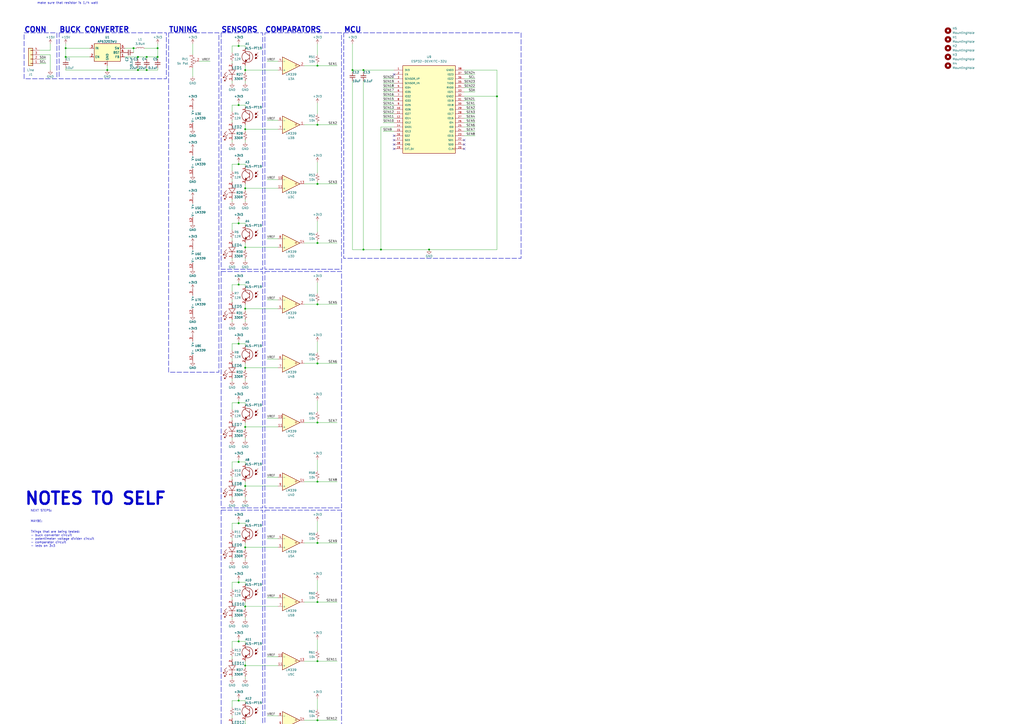
<source format=kicad_sch>
(kicad_sch (version 20230121) (generator eeschema)
  (paper "A2")
  (title_block (title "LINE 3.0 PCB") (date "2023-09-02") (rev "3.0") (company "Team Silverback"))
  (junction (at 184.15 453.39))
  (junction (at 80.01 33.02))
  (junction (at 138.43 821.69))
  (junction (at 142.24 455.93))
  (junction (at 138.43 683.26))
  (junction (at 142.24 247.65))
  (junction (at 210.82 144.78))
  (junction (at 142.24 74.93))
  (junction (at 248.92 144.78))
  (junction (at 62.23 40.64))
  (junction (at 138.43 372.11))
  (junction (at 142.24 628.65))
  (junction (at 184.15 210.82))
  (junction (at 138.43 406.4))
  (junction (at 184.15 314.96))
  (junction (at 77.47 27.94))
  (junction (at 142.24 558.8))
  (junction (at 184.15 72.39))
  (junction (at 91.44 33.02))
  (junction (at 184.15 106.68))
  (junction (at 138.43 26.67))
  (junction (at 142.24 420.37))
  (junction (at 184.15 279.4))
  (junction (at 184.15 833.12))
  (junction (at 184.15 245.11))
  (junction (at 138.43 129.54))
  (junction (at 184.15 487.68))
  (junction (at 184.15 694.69))
  (junction (at 138.43 787.4))
  (junction (at 184.15 626.11))
  (junction (at 184.15 660.4))
  (junction (at 142.24 835.66))
  (junction (at 288.29 55.88))
  (junction (at 184.15 764.54))
  (junction (at 138.43 165.1))
  (junction (at 184.15 591.82))
  (junction (at 138.43 648.97))
  (junction (at 184.15 417.83))
  (junction (at 184.15 383.54))
  (junction (at 142.24 386.08))
  (junction (at 91.44 27.94))
  (junction (at 138.43 199.39))
  (junction (at 220.98 144.78))
  (junction (at 138.43 718.82))
  (junction (at 142.24 40.64))
  (junction (at 142.24 801.37))
  (junction (at 142.24 109.22))
  (junction (at 184.15 521.97))
  (junction (at 138.43 510.54))
  (junction (at 204.47 40.64))
  (junction (at 142.24 732.79))
  (junction (at 142.24 213.36))
  (junction (at 184.15 176.53))
  (junction (at 138.43 233.68))
  (junction (at 85.09 33.02))
  (junction (at 184.15 798.83))
  (junction (at 138.43 337.82))
  (junction (at 138.43 267.97))
  (junction (at 138.43 441.96))
  (junction (at 142.24 490.22))
  (junction (at 138.43 60.96))
  (junction (at 142.24 143.51))
  (junction (at 80.01 40.64))
  (junction (at 210.82 40.64))
  (junction (at 142.24 317.5))
  (junction (at 184.15 730.25))
  (junction (at 138.43 95.25))
  (junction (at 184.15 38.1))
  (junction (at 184.15 556.26))
  (junction (at 138.43 544.83))
  (junction (at 142.24 281.94))
  (junction (at 184.15 349.25))
  (junction (at 138.43 614.68))
  (junction (at 184.15 140.97))
  (junction (at 138.43 753.11))
  (junction (at 142.24 662.94))
  (junction (at 142.24 179.07))
  (junction (at 142.24 524.51))
  (junction (at 142.24 697.23))
  (junction (at 138.43 580.39))
  (junction (at 85.09 40.64))
  (junction (at 38.1 33.02))
  (junction (at 142.24 767.08))
  (junction (at 138.43 476.25))
  (junction (at 38.1 27.94))
  (junction (at 142.24 594.36))
  (junction (at 142.24 351.79))
  (junction (at 138.43 303.53))
  (no_connect (at 228.6 43.18))
  (no_connect (at 269.24 86.36))
  (no_connect (at 228.6 78.74))
  (no_connect (at 269.24 81.28))
  (no_connect (at 228.6 81.28))
  (no_connect (at 228.6 86.36))
  (no_connect (at 228.6 83.82))
  (no_connect (at 269.24 83.82))
  (wire (pts (xy 154.94 381) (xy 161.29 381)))
  (wire (pts (xy 62.23 40.64) (xy 80.01 40.64)))
  (wire (pts (xy 184.15 452.12) (xy 184.15 453.39)))
  (wire (pts (xy 134.62 426.72) (xy 134.62 427.99)))
  (wire (pts (xy 154.94 830.58) (xy 161.29 830.58)))
  (wire (pts (xy 204.47 25.4) (xy 204.47 40.64)))
  (wire (pts (xy 184.15 717.55) (xy 184.15 723.9)))
  (wire (pts (xy 134.62 842.01) (xy 134.62 843.28)))
  (wire (pts (xy 134.62 648.97) (xy 138.43 648.97)))
  (wire (pts (xy 138.43 718.82) (xy 142.24 718.82)))
  (wire (pts (xy 184.15 764.54) (xy 195.58 764.54)))
  (wire (pts (xy 222.25 55.88) (xy 228.6 55.88)))
  (wire (pts (xy 275.59 58.42) (xy 269.24 58.42)))
  (wire (pts (xy 176.53 487.68) (xy 184.15 487.68)))
  (wire (pts (xy 184.15 405.13) (xy 184.15 411.48)))
  (wire (pts (xy 269.24 43.18) (xy 275.59 43.18)))
  (wire (pts (xy 134.62 138.43) (xy 134.62 139.7)))
  (wire (pts (xy 134.62 544.83) (xy 138.43 544.83)))
  (wire (pts (xy 154.94 35.56) (xy 161.29 35.56)))
  (wire (pts (xy 134.62 830.58) (xy 134.62 831.85)))
  (wire (pts (xy 138.43 476.25) (xy 138.43 474.98)))
  (wire (pts (xy 176.53 660.4) (xy 184.15 660.4)))
  (wire (pts (xy 134.62 60.96) (xy 134.62 64.77)))
  (wire (pts (xy 52.07 33.02) (xy 38.1 33.02)))
  (wire (pts (xy 142.24 490.22) (xy 142.24 491.49)))
  (wire (pts (xy 184.15 302.26) (xy 184.15 308.61)))
  (wire (pts (xy 38.1 33.02) (xy 38.1 27.94)))
  (wire (pts (xy 142.24 219.71) (xy 142.24 220.98)))
  (wire (pts (xy 138.43 95.25) (xy 138.43 93.98)))
  (wire (pts (xy 134.62 242.57) (xy 134.62 243.84)))
  (wire (pts (xy 134.62 807.72) (xy 134.62 808.99)))
  (wire (pts (xy 222.25 68.58) (xy 228.6 68.58)))
  (wire (pts (xy 134.62 519.43) (xy 134.62 520.7)))
  (wire (pts (xy 134.62 312.42) (xy 134.62 313.69)))
  (wire (pts (xy 142.24 558.8) (xy 142.24 556.26)))
  (wire (pts (xy 210.82 144.78) (xy 220.98 144.78)))
  (wire (pts (xy 142.24 767.08) (xy 161.29 767.08)))
  (wire (pts (xy 142.24 524.51) (xy 142.24 525.78)))
  (wire (pts (xy 184.15 798.83) (xy 195.58 798.83)))
  (wire (pts (xy 134.62 254) (xy 134.62 255.27)))
  (wire (pts (xy 134.62 544.83) (xy 134.62 548.64)))
  (wire (pts (xy 134.62 623.57) (xy 134.62 624.84)))
  (wire (pts (xy 220.98 73.66) (xy 220.98 144.78)))
  (wire (pts (xy 184.15 520.7) (xy 184.15 521.97)))
  (wire (pts (xy 184.15 486.41) (xy 184.15 487.68)))
  (wire (pts (xy 184.15 647.7) (xy 184.15 654.05)))
  (wire (pts (xy 134.62 104.14) (xy 134.62 105.41)))
  (wire (pts (xy 134.62 276.86) (xy 134.62 278.13)))
  (wire (pts (xy 142.24 74.93) (xy 142.24 76.2)))
  (wire (pts (xy 134.62 462.28) (xy 134.62 463.55)))
  (wire (pts (xy 142.24 267.97) (xy 142.24 269.24)))
  (wire (pts (xy 142.24 455.93) (xy 142.24 457.2)))
  (wire (pts (xy 176.53 314.96) (xy 184.15 314.96)))
  (wire (pts (xy 210.82 46.99) (xy 210.82 144.78)))
  (wire (pts (xy 184.15 370.84) (xy 184.15 377.19)))
  (wire (pts (xy 138.43 787.4) (xy 138.43 786.13)))
  (wire (pts (xy 184.15 728.98) (xy 184.15 730.25)))
  (wire (pts (xy 184.15 336.55) (xy 184.15 342.9)))
  (wire (pts (xy 134.62 35.56) (xy 134.62 36.83)))
  (wire (pts (xy 134.62 496.57) (xy 134.62 497.84)))
  (wire (pts (xy 184.15 659.13) (xy 184.15 660.4)))
  (wire (pts (xy 176.53 349.25) (xy 184.15 349.25)))
  (wire (pts (xy 29.21 31.75) (xy 22.86 31.75)))
  (wire (pts (xy 154.94 727.71) (xy 161.29 727.71)))
  (wire (pts (xy 142.24 801.37) (xy 161.29 801.37)))
  (wire (pts (xy 142.24 628.65) (xy 142.24 629.92)))
  (wire (pts (xy 176.53 106.68) (xy 184.15 106.68)))
  (wire (pts (xy 184.15 417.83) (xy 195.58 417.83)))
  (wire (pts (xy 134.62 46.99) (xy 134.62 48.26)))
  (wire (pts (xy 138.43 337.82) (xy 142.24 337.82)))
  (wire (pts (xy 134.62 95.25) (xy 138.43 95.25)))
  (wire (pts (xy 142.24 81.28) (xy 142.24 82.55)))
  (wire (pts (xy 142.24 199.39) (xy 142.24 200.66)))
  (wire (pts (xy 134.62 165.1) (xy 134.62 168.91)))
  (wire (pts (xy 142.24 420.37) (xy 161.29 420.37)))
  (wire (pts (xy 142.24 835.66) (xy 142.24 836.93)))
  (wire (pts (xy 154.94 276.86) (xy 161.29 276.86)))
  (wire (pts (xy 134.62 406.4) (xy 138.43 406.4)))
  (wire (pts (xy 134.62 773.43) (xy 134.62 774.7)))
  (wire (pts (xy 134.62 692.15) (xy 134.62 693.42)))
  (wire (pts (xy 138.43 303.53) (xy 138.43 302.26)))
  (wire (pts (xy 142.24 281.94) (xy 142.24 283.21)))
  (wire (pts (xy 142.24 558.8) (xy 161.29 558.8)))
  (wire (pts (xy 115.57 35.56) (xy 121.92 35.56)))
  (wire (pts (xy 134.62 149.86) (xy 134.62 151.13)))
  (wire (pts (xy 142.24 697.23) (xy 161.29 697.23)))
  (wire (pts (xy 154.94 346.71) (xy 161.29 346.71)))
  (wire (pts (xy 142.24 697.23) (xy 142.24 694.69)))
  (wire (pts (xy 184.15 833.12) (xy 195.58 833.12)))
  (wire (pts (xy 154.94 553.72) (xy 161.29 553.72)))
  (wire (pts (xy 154.94 450.85) (xy 161.29 450.85)))
  (wire (pts (xy 142.24 74.93) (xy 161.29 74.93)))
  (wire (pts (xy 275.59 68.58) (xy 269.24 68.58)))
  (wire (pts (xy 138.43 267.97) (xy 142.24 267.97)))
  (wire (pts (xy 134.62 530.86) (xy 134.62 532.13)))
  (wire (pts (xy 154.94 657.86) (xy 161.29 657.86)))
  (wire (pts (xy 138.43 683.26) (xy 138.43 681.99)))
  (wire (pts (xy 176.53 833.12) (xy 184.15 833.12)))
  (wire (pts (xy 142.24 455.93) (xy 142.24 453.39)))
  (wire (pts (xy 142.24 594.36) (xy 142.24 591.82)))
  (wire (pts (xy 138.43 406.4) (xy 138.43 405.13)))
  (wire (pts (xy 134.62 753.11) (xy 134.62 756.92)))
  (wire (pts (xy 142.24 254) (xy 142.24 255.27)))
  (wire (pts (xy 134.62 565.15) (xy 134.62 566.42)))
  (wire (pts (xy 134.62 635) (xy 134.62 636.27)))
  (wire (pts (xy 184.15 613.41) (xy 184.15 619.76)))
  (wire (pts (xy 142.24 835.66) (xy 161.29 835.66)))
  (wire (pts (xy 204.47 46.99) (xy 204.47 144.78)))
  (wire (pts (xy 142.24 801.37) (xy 142.24 802.64)))
  (wire (pts (xy 134.62 718.82) (xy 134.62 722.63)))
  (wire (pts (xy 138.43 26.67) (xy 142.24 26.67)))
  (wire (pts (xy 142.24 628.65) (xy 161.29 628.65)))
  (wire (pts (xy 91.44 33.02) (xy 91.44 34.29)))
  (wire (pts (xy 222.25 60.96) (xy 228.6 60.96)))
  (wire (pts (xy 134.62 614.68) (xy 134.62 618.49)))
  (wire (pts (xy 142.24 406.4) (xy 142.24 407.67)))
  (wire (pts (xy 134.62 115.57) (xy 134.62 116.84)))
  (wire (pts (xy 142.24 247.65) (xy 142.24 245.11)))
  (wire (pts (xy 184.15 105.41) (xy 184.15 106.68)))
  (wire (pts (xy 184.15 278.13) (xy 184.15 279.4)))
  (wire (pts (xy 142.24 544.83) (xy 142.24 546.1)))
  (wire (pts (xy 134.62 669.29) (xy 134.62 670.56)))
  (wire (pts (xy 142.24 426.72) (xy 142.24 427.99)))
  (wire (pts (xy 72.39 33.02) (xy 80.01 33.02)))
  (wire (pts (xy 142.24 441.96) (xy 142.24 443.23)))
  (wire (pts (xy 134.62 821.69) (xy 138.43 821.69)))
  (wire (pts (xy 138.43 95.25) (xy 142.24 95.25)))
  (wire (pts (xy 134.62 303.53) (xy 134.62 307.34)))
  (wire (pts (xy 142.24 703.58) (xy 142.24 704.85)))
  (wire (pts (xy 138.43 614.68) (xy 142.24 614.68)))
  (wire (pts (xy 184.15 245.11) (xy 195.58 245.11)))
  (wire (pts (xy 142.24 732.79) (xy 142.24 730.25)))
  (wire (pts (xy 228.6 45.72) (xy 222.25 45.72)))
  (wire (pts (xy 134.62 267.97) (xy 138.43 267.97)))
  (wire (pts (xy 77.47 30.48) (xy 77.47 27.94)))
  (wire (pts (xy 80.01 39.37) (xy 80.01 40.64)))
  (wire (pts (xy 184.15 128.27) (xy 184.15 134.62)))
  (wire (pts (xy 184.15 382.27) (xy 184.15 383.54)))
  (wire (pts (xy 138.43 544.83) (xy 142.24 544.83)))
  (wire (pts (xy 134.62 727.71) (xy 134.62 728.98)))
  (wire (pts (xy 138.43 372.11) (xy 138.43 370.84)))
  (wire (pts (xy 275.59 71.12) (xy 269.24 71.12)))
  (wire (pts (xy 138.43 441.96) (xy 142.24 441.96)))
  (wire (pts (xy 142.24 787.4) (xy 142.24 788.67)))
  (wire (pts (xy 134.62 580.39) (xy 134.62 584.2)))
  (wire (pts (xy 38.1 27.94) (xy 52.07 27.94)))
  (wire (pts (xy 176.53 453.39) (xy 184.15 453.39)))
  (wire (pts (xy 142.24 594.36) (xy 161.29 594.36)))
  (wire (pts (xy 184.15 383.54) (xy 195.58 383.54)))
  (wire (pts (xy 134.62 683.26) (xy 134.62 687.07)))
  (wire (pts (xy 134.62 323.85) (xy 134.62 325.12)))
  (wire (pts (xy 154.94 485.14) (xy 161.29 485.14)))
  (wire (pts (xy 184.15 624.84) (xy 184.15 626.11)))
  (wire (pts (xy 134.62 485.14) (xy 134.62 486.41)))
  (wire (pts (xy 142.24 143.51) (xy 142.24 140.97)))
  (wire (pts (xy 142.24 358.14) (xy 142.24 359.41)))
  (wire (pts (xy 269.24 40.64) (xy 288.29 40.64)))
  (wire (pts (xy 134.62 600.71) (xy 134.62 601.98)))
  (wire (pts (xy 142.24 351.79) (xy 142.24 353.06)))
  (wire (pts (xy 176.53 210.82) (xy 184.15 210.82)))
  (wire (pts (xy 275.59 48.26) (xy 269.24 48.26)))
  (wire (pts (xy 184.15 140.97) (xy 195.58 140.97)))
  (wire (pts (xy 142.24 323.85) (xy 142.24 325.12)))
  (wire (pts (xy 176.53 798.83) (xy 184.15 798.83)))
  (wire (pts (xy 176.53 383.54) (xy 184.15 383.54)))
  (wire (pts (xy 142.24 821.69) (xy 142.24 822.96)))
  (wire (pts (xy 142.24 74.93) (xy 142.24 72.39)))
  (wire (pts (xy 134.62 476.25) (xy 134.62 480.06)))
  (wire (pts (xy 138.43 26.67) (xy 138.43 25.4)))
  (wire (pts (xy 222.25 66.04) (xy 228.6 66.04)))
  (wire (pts (xy 176.53 626.11) (xy 184.15 626.11)))
  (wire (pts (xy 134.62 233.68) (xy 134.62 237.49)))
  (wire (pts (xy 184.15 59.69) (xy 184.15 66.04)))
  (wire (pts (xy 134.62 381) (xy 134.62 382.27)))
  (wire (pts (xy 138.43 337.82) (xy 138.43 336.55)))
  (wire (pts (xy 142.24 46.99) (xy 142.24 48.26)))
  (wire (pts (xy 142.24 115.57) (xy 142.24 116.84)))
  (wire (pts (xy 222.25 71.12) (xy 228.6 71.12)))
  (wire (pts (xy 142.24 317.5) (xy 142.24 314.96)))
  (wire (pts (xy 134.62 372.11) (xy 138.43 372.11)))
  (wire (pts (xy 134.62 510.54) (xy 134.62 514.35)))
  (wire (pts (xy 134.62 718.82) (xy 138.43 718.82)))
  (wire (pts (xy 275.59 45.72) (xy 269.24 45.72)))
  (wire (pts (xy 142.24 26.67) (xy 142.24 27.94)))
  (wire (pts (xy 38.1 40.64) (xy 62.23 40.64)))
  (wire (pts (xy 142.24 303.53) (xy 142.24 304.8)))
  (wire (pts (xy 154.94 312.42) (xy 161.29 312.42)))
  (wire (pts (xy 269.24 63.5) (xy 275.59 63.5)))
  (wire (pts (xy 142.24 594.36) (xy 142.24 595.63)))
  (wire (pts (xy 29.21 25.4) (xy 29.21 29.21)))
  (wire (pts (xy 154.94 69.85) (xy 161.29 69.85)))
  (wire (pts (xy 154.94 623.57) (xy 161.29 623.57)))
  (wire (pts (xy 134.62 796.29) (xy 134.62 797.56)))
  (wire (pts (xy 138.43 580.39) (xy 138.43 579.12)))
  (wire (pts (xy 142.24 213.36) (xy 142.24 210.82)))
  (wire (pts (xy 275.59 76.2) (xy 269.24 76.2)))
  (wire (pts (xy 184.15 751.84) (xy 184.15 758.19)))
  (wire (pts (xy 142.24 129.54) (xy 142.24 130.81)))
  (wire (pts (xy 134.62 372.11) (xy 134.62 375.92)))
  (wire (pts (xy 184.15 521.97) (xy 195.58 521.97)))
  (wire (pts (xy 134.62 787.4) (xy 134.62 791.21)))
  (wire (pts (xy 142.24 351.79) (xy 161.29 351.79)))
  (wire (pts (xy 204.47 40.64) (xy 210.82 40.64)))
  (wire (pts (xy 134.62 648.97) (xy 134.62 652.78)))
  (wire (pts (xy 138.43 441.96) (xy 138.43 440.69)))
  (wire (pts (xy 138.43 267.97) (xy 138.43 266.7)))
  (wire (pts (xy 138.43 476.25) (xy 142.24 476.25)))
  (wire (pts (xy 204.47 40.64) (xy 204.47 41.91)))
  (wire (pts (xy 184.15 440.69) (xy 184.15 447.04)))
  (wire (pts (xy 222.25 63.5) (xy 228.6 63.5)))
  (wire (pts (xy 142.24 40.64) (xy 142.24 41.91)))
  (wire (pts (xy 134.62 415.29) (xy 134.62 416.56)))
  (wire (pts (xy 142.24 109.22) (xy 161.29 109.22)))
  (wire (pts (xy 142.24 386.08) (xy 161.29 386.08)))
  (wire (pts (xy 184.15 38.1) (xy 195.58 38.1)))
  (wire (pts (xy 138.43 303.53) (xy 142.24 303.53)))
  (wire (pts (xy 142.24 767.08) (xy 142.24 764.54)))
  (wire (pts (xy 134.62 288.29) (xy 134.62 289.56)))
  (wire (pts (xy 142.24 558.8) (xy 142.24 560.07)))
  (wire (pts (xy 142.24 600.71) (xy 142.24 601.98)))
  (wire (pts (xy 220.98 144.78) (xy 248.92 144.78)))
  (wire (pts (xy 184.15 347.98) (xy 184.15 349.25)))
  (wire (pts (xy 134.62 26.67) (xy 138.43 26.67)))
  (wire (pts (xy 142.24 372.11) (xy 142.24 373.38)))
  (wire (pts (xy 134.62 821.69) (xy 134.62 825.5)))
  (wire (pts (xy 176.53 694.69) (xy 184.15 694.69)))
  (wire (pts (xy 176.53 417.83) (xy 184.15 417.83)))
  (wire (pts (xy 184.15 210.82) (xy 195.58 210.82)))
  (wire (pts (xy 142.24 767.08) (xy 142.24 768.35)))
  (wire (pts (xy 184.15 543.56) (xy 184.15 549.91)))
  (wire (pts (xy 184.15 163.83) (xy 184.15 170.18)))
  (wire (pts (xy 176.53 591.82) (xy 184.15 591.82)))
  (wire (pts (xy 134.62 589.28) (xy 134.62 590.55)))
  (wire (pts (xy 184.15 693.42) (xy 184.15 694.69)))
  (wire (pts (xy 91.44 27.94) (xy 91.44 33.02)))
  (wire (pts (xy 134.62 553.72) (xy 134.62 554.99)))
  (wire (pts (xy 154.94 208.28) (xy 161.29 208.28)))
  (wire (pts (xy 138.43 821.69) (xy 142.24 821.69)))
  (wire (pts (xy 142.24 213.36) (xy 161.29 213.36)))
  (wire (pts (xy 134.62 787.4) (xy 138.43 787.4)))
  (wire (pts (xy 184.15 730.25) (xy 195.58 730.25)))
  (wire (pts (xy 142.24 476.25) (xy 142.24 477.52)))
  (wire (pts (xy 91.44 25.4) (xy 91.44 27.94)))
  (wire (pts (xy 275.59 50.8) (xy 269.24 50.8)))
  (wire (pts (xy 142.24 462.28) (xy 142.24 463.55)))
  (wire (pts (xy 184.15 453.39) (xy 195.58 453.39)))
  (wire (pts (xy 142.24 386.08) (xy 142.24 387.35)))
  (wire (pts (xy 134.62 303.53) (xy 138.43 303.53)))
  (wire (pts (xy 134.62 580.39) (xy 138.43 580.39)))
  (wire (pts (xy 269.24 60.96) (xy 275.59 60.96)))
  (wire (pts (xy 85.09 39.37) (xy 85.09 40.64)))
  (wire (pts (xy 134.62 129.54) (xy 134.62 133.35)))
  (wire (pts (xy 184.15 820.42) (xy 184.15 826.77)))
  (wire (pts (xy 142.24 386.08) (xy 142.24 383.54)))
  (wire (pts (xy 134.62 337.82) (xy 134.62 341.63)))
  (wire (pts (xy 154.94 242.57) (xy 161.29 242.57)))
  (wire (pts (xy 138.43 787.4) (xy 142.24 787.4)))
  (wire (pts (xy 184.15 487.68) (xy 195.58 487.68)))
  (wire (pts (xy 142.24 648.97) (xy 142.24 650.24)))
  (wire (pts (xy 184.15 36.83) (xy 184.15 38.1)))
  (wire (pts (xy 154.94 796.29) (xy 161.29 796.29)))
  (wire (pts (xy 142.24 317.5) (xy 142.24 318.77)))
  (wire (pts (xy 83.82 27.94) (xy 91.44 27.94)))
  (wire (pts (xy 184.15 626.11) (xy 195.58 626.11)))
  (wire (pts (xy 134.62 753.11) (xy 138.43 753.11)))
  (wire (pts (xy 134.62 406.4) (xy 134.62 410.21)))
  (wire (pts (xy 184.15 243.84) (xy 184.15 245.11)))
  (wire (pts (xy 142.24 337.82) (xy 142.24 339.09)))
  (wire (pts (xy 134.62 739.14) (xy 134.62 740.41)))
  (wire (pts (xy 184.15 198.12) (xy 184.15 204.47)))
  (wire (pts (xy 142.24 635) (xy 142.24 636.27)))
  (wire (pts (xy 38.1 34.29) (xy 38.1 33.02)))
  (wire (pts (xy 134.62 129.54) (xy 138.43 129.54)))
  (wire (pts (xy 134.62 510.54) (xy 138.43 510.54)))
  (wire (pts (xy 184.15 72.39) (xy 195.58 72.39)))
  (wire (pts (xy 142.24 351.79) (xy 142.24 349.25)))
  (wire (pts (xy 85.09 33.02) (xy 91.44 33.02)))
  (wire (pts (xy 184.15 232.41) (xy 184.15 238.76)))
  (wire (pts (xy 62.23 38.1) (xy 62.23 40.64)))
  (wire (pts (xy 29.21 40.64) (xy 29.21 31.75)))
  (wire (pts (xy 138.43 129.54) (xy 138.43 128.27)))
  (wire (pts (xy 134.62 199.39) (xy 134.62 203.2)))
  (wire (pts (xy 142.24 281.94) (xy 161.29 281.94)))
  (wire (pts (xy 142.24 213.36) (xy 142.24 214.63)))
  (wire (pts (xy 142.24 247.65) (xy 142.24 248.92)))
  (wire (pts (xy 138.43 510.54) (xy 142.24 510.54)))
  (wire (pts (xy 80.01 33.02) (xy 85.09 33.02)))
  (wire (pts (xy 176.53 38.1) (xy 184.15 38.1)))
  (wire (pts (xy 154.94 415.29) (xy 161.29 415.29)))
  (wire (pts (xy 142.24 565.15) (xy 142.24 566.42)))
  (wire (pts (xy 38.1 39.37) (xy 38.1 40.64)))
  (wire (pts (xy 111.76 39.37) (xy 111.76 44.45)))
  (wire (pts (xy 134.62 219.71) (xy 134.62 220.98)))
  (wire (pts (xy 222.25 50.8) (xy 228.6 50.8)))
  (wire (pts (xy 184.15 176.53) (xy 195.58 176.53)))
  (wire (pts (xy 288.29 55.88) (xy 288.29 144.78)))
  (wire (pts (xy 184.15 590.55) (xy 184.15 591.82)))
  (wire (pts (xy 134.62 337.82) (xy 138.43 337.82)))
  (wire (pts (xy 134.62 614.68) (xy 138.43 614.68)))
  (wire (pts (xy 184.15 797.56) (xy 184.15 798.83)))
  (wire (pts (xy 176.53 245.11) (xy 184.15 245.11)))
  (wire (pts (xy 142.24 455.93) (xy 161.29 455.93)))
  (wire (pts (xy 142.24 842.01) (xy 142.24 843.28)))
  (wire (pts (xy 184.15 591.82) (xy 195.58 591.82)))
  (wire (pts (xy 154.94 138.43) (xy 161.29 138.43)))
  (wire (pts (xy 142.24 60.96) (xy 142.24 62.23)))
  (wire (pts (xy 134.62 441.96) (xy 134.62 445.77)))
  (wire (pts (xy 176.53 279.4) (xy 184.15 279.4)))
  (wire (pts (xy 176.53 140.97) (xy 184.15 140.97)))
  (wire (pts (xy 138.43 60.96) (xy 142.24 60.96)))
  (wire (pts (xy 142.24 95.25) (xy 142.24 96.52)))
  (wire (pts (xy 269.24 55.88) (xy 288.29 55.88)))
  (wire (pts (xy 142.24 40.64) (xy 161.29 40.64)))
  (wire (pts (xy 142.24 662.94) (xy 142.24 664.21)))
  (wire (pts (xy 184.15 579.12) (xy 184.15 585.47)))
  (wire (pts (xy 138.43 580.39) (xy 142.24 580.39)))
  (wire (pts (xy 142.24 662.94) (xy 161.29 662.94)))
  (wire (pts (xy 184.15 694.69) (xy 195.58 694.69)))
  (wire (pts (xy 142.24 718.82) (xy 142.24 720.09)))
  (wire (pts (xy 138.43 406.4) (xy 142.24 406.4)))
  (wire (pts (xy 138.43 233.68) (xy 142.24 233.68)))
  (wire (pts (xy 138.43 60.96) (xy 138.43 59.69)))
  (wire (pts (xy 184.15 266.7) (xy 184.15 273.05)))
  (wire (pts (xy 134.62 267.97) (xy 134.62 271.78)))
  (wire (pts (xy 134.62 441.96) (xy 138.43 441.96)))
  (wire (pts (xy 176.53 72.39) (xy 184.15 72.39)))
  (wire (pts (xy 184.15 349.25) (xy 195.58 349.25)))
  (wire (pts (xy 142.24 628.65) (xy 142.24 626.11)))
  (wire (pts (xy 142.24 317.5) (xy 161.29 317.5)))
  (wire (pts (xy 134.62 199.39) (xy 138.43 199.39)))
  (wire (pts (xy 142.24 233.68) (xy 142.24 234.95)))
  (wire (pts (xy 154.94 519.43) (xy 161.29 519.43)))
  (wire (pts (xy 142.24 697.23) (xy 142.24 698.5)))
  (wire (pts (xy 142.24 732.79) (xy 142.24 734.06)))
  (wire (pts (xy 85.09 33.02) (xy 85.09 34.29)))
  (wire (pts (xy 176.53 521.97) (xy 184.15 521.97)))
  (wire (pts (xy 222.25 58.42) (xy 228.6 58.42)))
  (wire (pts (xy 184.15 660.4) (xy 195.58 660.4)))
  (wire (pts (xy 134.62 185.42) (xy 134.62 186.69)))
  (wire (pts (xy 142.24 288.29) (xy 142.24 289.56)))
  (wire (pts (xy 138.43 372.11) (xy 142.24 372.11)))
  (wire (pts (xy 184.15 313.69) (xy 184.15 314.96)))
  (wire (pts (xy 142.24 420.37) (xy 142.24 421.64)))
  (wire (pts (xy 138.43 199.39) (xy 142.24 199.39)))
  (wire (pts (xy 210.82 40.64) (xy 228.6 40.64)))
  (wire (pts (xy 134.62 346.71) (xy 134.62 347.98)))
  (wire (pts (xy 210.82 41.91) (xy 210.82 40.64)))
  (wire (pts (xy 138.43 510.54) (xy 138.43 509.27)))
  (wire (pts (xy 142.24 281.94) (xy 142.24 279.4)))
  (wire (pts (xy 142.24 496.57) (xy 142.24 497.84)))
  (wire (pts (xy 142.24 669.29) (xy 142.24 670.56)))
  (wire (pts (xy 138.43 165.1) (xy 142.24 165.1)))
  (wire (pts (xy 275.59 66.04) (xy 269.24 66.04)))
  (wire (pts (xy 184.15 93.98) (xy 184.15 100.33)))
  (wire (pts (xy 184.15 106.68) (xy 195.58 106.68)))
  (wire (pts (xy 138.43 753.11) (xy 142.24 753.11)))
  (wire (pts (xy 134.62 358.14) (xy 134.62 359.41)))
  (wire (pts (xy 142.24 807.72) (xy 142.24 808.99)))
  (wire (pts (xy 142.24 753.11) (xy 142.24 754.38)))
  (wire (pts (xy 142.24 247.65) (xy 161.29 247.65)))
  (wire (pts (xy 142.24 662.94) (xy 142.24 660.4)))
  (wire (pts (xy 134.62 233.68) (xy 138.43 233.68)))
  (wire (pts (xy 142.24 732.79) (xy 161.29 732.79)))
  (wire (pts (xy 184.15 831.85) (xy 184.15 833.12)))
  (wire (pts (xy 142.24 185.42) (xy 142.24 186.69)))
  (wire (pts (xy 184.15 763.27) (xy 184.15 764.54)))
  (wire (pts (xy 134.62 703.58) (xy 134.62 704.85)))
  (wire (pts (xy 228.6 53.34) (xy 222.25 53.34)))
  (wire (pts (xy 134.62 208.28) (xy 134.62 209.55)))
  (wire (pts (xy 184.15 71.12) (xy 184.15 72.39)))
  (wire (pts (xy 142.24 530.86) (xy 142.24 532.13)))
  (wire (pts (xy 154.94 762) (xy 161.29 762)))
  (wire (pts (xy 142.24 490.22) (xy 142.24 487.68)))
  (wire (pts (xy 134.62 657.86) (xy 134.62 659.13)))
  (wire (pts (xy 184.15 25.4) (xy 184.15 31.75)))
  (wire (pts (xy 275.59 73.66) (xy 269.24 73.66)))
  (wire (pts (xy 138.43 544.83) (xy 138.43 543.56)))
  (wire (pts (xy 142.24 801.37) (xy 142.24 798.83)))
  (wire (pts (xy 134.62 683.26) (xy 138.43 683.26)))
  (wire (pts (xy 184.15 554.99) (xy 184.15 556.26)))
  (wire (pts (xy 204.47 144.78) (xy 210.82 144.78)))
  (wire (pts (xy 275.59 53.34) (xy 269.24 53.34)))
  (wire (pts (xy 142.24 835.66) (xy 142.24 833.12)))
  (wire (pts (xy 142.24 40.64) (xy 142.24 38.1)))
  (wire (pts (xy 134.62 173.99) (xy 134.62 175.26)))
  (wire (pts (xy 184.15 279.4) (xy 195.58 279.4)))
  (wire (pts (xy 138.43 233.68) (xy 138.43 232.41)))
  (wire (pts (xy 154.94 173.99) (xy 161.29 173.99)))
  (wire (pts (xy 142.24 149.86) (xy 142.24 151.13)))
  (wire (pts (xy 184.15 175.26) (xy 184.15 176.53)))
  (wire (pts (xy 142.24 179.07) (xy 142.24 176.53)))
  (wire (pts (xy 38.1 25.4) (xy 38.1 27.94)))
  (wire (pts (xy 80.01 40.64) (xy 85.09 40.64)))
  (wire (pts (xy 176.53 176.53) (xy 184.15 176.53)))
  (wire (pts (xy 138.43 648.97) (xy 142.24 648.97)))
  (wire (pts (xy 29.21 29.21) (xy 22.86 29.21)))
  (wire (pts (xy 184.15 416.56) (xy 184.15 417.83)))
  (wire (pts (xy 134.62 165.1) (xy 138.43 165.1)))
  (wire (pts (xy 184.15 681.99) (xy 184.15 688.34)))
  (wire (pts (xy 142.24 773.43) (xy 142.24 774.7)))
  (wire (pts (xy 142.24 109.22) (xy 142.24 110.49)))
  (wire (pts (xy 142.24 524.51) (xy 142.24 521.97)))
  (wire (pts (xy 22.86 36.83) (xy 26.67 36.83)))
  (wire (pts (xy 134.62 60.96) (xy 138.43 60.96)))
  (wire (pts (xy 142.24 143.51) (xy 161.29 143.51)))
  (wire (pts (xy 184.15 474.98) (xy 184.15 481.33)))
  (wire (pts (xy 222.25 76.2) (xy 228.6 76.2)))
  (wire (pts (xy 184.15 556.26) (xy 195.58 556.26)))
  (wire (pts (xy 154.94 104.14) (xy 161.29 104.14)))
  (wire (pts (xy 142.24 524.51) (xy 161.29 524.51)))
  (wire (pts (xy 138.43 165.1) (xy 138.43 163.83)))
  (wire (pts (xy 154.94 589.28) (xy 161.29 589.28)))
  (wire (pts (xy 134.62 26.67) (xy 134.62 30.48)))
  (wire (pts (xy 142.24 580.39) (xy 142.24 581.66)))
  (wire (pts (xy 138.43 614.68) (xy 138.43 613.41)))
  (wire (pts (xy 134.62 450.85) (xy 134.62 452.12)))
  (wire (pts (xy 154.94 692.15) (xy 161.29 692.15)))
  (wire (pts (xy 176.53 730.25) (xy 184.15 730.25)))
  (wire (pts (xy 134.62 476.25) (xy 138.43 476.25)))
  (wire (pts (xy 77.47 27.94) (xy 78.74 27.94)))
  (wire (pts (xy 142.24 179.07) (xy 142.24 180.34)))
  (wire (pts (xy 85.09 40.64) (xy 91.44 40.64)))
  (wire (pts (xy 134.62 762) (xy 134.62 763.27)))
  (wire (pts (xy 142.24 109.22) (xy 142.24 106.68)))
  (wire (pts (xy 184.15 786.13) (xy 184.15 792.48)))
  (wire (pts (xy 142.24 143.51) (xy 142.24 144.78)))
  (wire (pts (xy 138.43 129.54) (xy 142.24 129.54)))
  (wire (pts (xy 222.25 48.26) (xy 228.6 48.26)))
  (wire (pts (xy 138.43 821.69) (xy 138.43 820.42)))
  (wire (pts (xy 138.43 683.26) (xy 142.24 683.26)))
  (wire (pts (xy 142.24 179.07) (xy 161.29 179.07)))
  (wire (pts (xy 138.43 199.39) (xy 138.43 198.12)))
  (wire (pts (xy 184.15 314.96) (xy 195.58 314.96)))
  (wire (pts (xy 142.24 420.37) (xy 142.24 417.83)))
  (wire (pts (xy 142.24 614.68) (xy 142.24 615.95)))
  (wire (pts (xy 111.76 25.4) (xy 111.76 31.75)))
  (wire (pts (xy 72.39 27.94) (xy 77.47 27.94)))
  (wire (pts (xy 134.62 81.28) (xy 134.62 82.55)))
  (wire (pts (xy 80.01 33.02) (xy 80.01 34.29)))
  (wire (pts (xy 142.24 739.14) (xy 142.24 740.41)))
  (wire (pts (xy 288.29 40.64) (xy 288.29 55.88)))
  (wire (pts (xy 184.15 139.7) (xy 184.15 140.97)))
  (wire (pts (xy 22.86 34.29) (xy 26.67 34.29)))
  (wire (pts (xy 184.15 209.55) (xy 184.15 210.82)))
  (wire (pts (xy 248.92 144.78) (xy 288.29 144.78)))
  (wire (pts (xy 134.62 392.43) (xy 134.62 393.7)))
  (wire (pts (xy 176.53 764.54) (xy 184.15 764.54)))
  (wire (pts (xy 184.15 509.27) (xy 184.15 515.62)))
  (wire (pts (xy 138.43 648.97) (xy 138.43 647.7)))
  (wire (pts (xy 134.62 95.25) (xy 134.62 99.06)))
  (wire (pts (xy 142.24 165.1) (xy 142.24 166.37)))
  (wire (pts (xy 142.24 683.26) (xy 142.24 684.53)))
  (wire (pts (xy 138.43 753.11) (xy 138.43 751.84)))
  (wire (pts (xy 176.53 556.26) (xy 184.15 556.26)))
  (wire (pts (xy 142.24 510.54) (xy 142.24 511.81)))
  (wire (pts (xy 142.24 392.43) (xy 142.24 393.7)))
  (wire (pts (xy 275.59 78.74) (xy 269.24 78.74)))
  (wire (pts (xy 142.24 490.22) (xy 161.29 490.22)))
  (wire (pts (xy 138.43 718.82) (xy 138.43 717.55)))
  (wire (pts (xy 228.6 73.66) (xy 220.98 73.66)))
  (wire (pts (xy 91.44 39.37) (xy 91.44 40.64)))
  (wire (pts (xy 134.62 69.85) (xy 134.62 71.12)))
  (rectangle (start 34.29 19.05) (end 96.52 45.72) (stroke (width 0.254) (type dash)))
  (rectangle (start 153.67 157.48) (end 198.12 294.64) (stroke (width 0.254) (type dash)))
  (rectangle (start 13.97 19.05) (end 33.02 45.72) (stroke (width 0.254) (type dash)))
  (rectangle (start 128.27 157.48) (end 152.4 294.64) (stroke (width 0.254) (type dash)))
  (rectangle (start 128.27 572.77) (end 152.4 709.93) (stroke (width 0.254) (type dash)))
  (rectangle (start 153.67 434.34) (end 198.12 571.5) (stroke (width 0.254) (type dash)))
  (rectangle (start 153.67 711.2) (end 198.12 848.36) (stroke (width 0.254) (type dash)))
  (rectangle (start 128.27 434.34) (end 152.4 571.5) (stroke (width 0.254) (type dash)))
  (rectangle (start 128.27 295.91) (end 152.4 433.07) (stroke (width 0.254) (type dash)))
  (rectangle (start 153.67 19.05) (end 198.12 156.21) (stroke (width 0.254) (type dash)))
  (rectangle (start 128.27 711.2) (end 152.4 848.36) (stroke (width 0.254) (type dash)))
  (rectangle (start 153.67 295.91) (end 198.12 433.07) (stroke (width 0.254) (type dash)))
  (rectangle (start 128.27 19.05) (end 152.4 156.21) (stroke (width 0.254) (type dash)))
  (rectangle (start 153.67 572.77) (end 198.12 709.93) (stroke (width 0.254) (type dash)))
  (rectangle (start 97.79 19.05) (end 127 215.9) (stroke (width 0.254) (type dash)))
  (rectangle (start 199.39 19.05) (end 302.26 149.86) (stroke (width 0.254) (type dash)))
  (text "NOTES TO SELF" (at 13.97 293.37 0) (effects (font (size 7 7) (thickness 1.4) bold) (justify left bottom)))
  (text "NEXT STEPS:\n\n\nMAYBE:\n\n\nThings that are being tested:\n- buck converter circuit\n- potentimeter voltage divider circuit\n- comparator circuit\n- leds on 3v3" (at 17.78 317.5 0) (effects (font (size 1.27 1.27)) (justify left bottom)))
  (text "SENSORS" (at 128.27 19.05 0) (effects (font (size 3 3) (thickness 0.6) bold) (justify left bottom)))
  (text "TUNING" (at 97.79 19.05 0) (effects (font (size 3 3) (thickness 0.6) bold) (justify left bottom)))
  (text "make sure that resistor is 1/4 watt" (at 21.59 2.54 0) (effects (font (size 1.27 1.27)) (justify left bottom)))
  (text "CONN" (at 13.97 19.05 0) (effects (font (size 3 3) (thickness 0.6) bold) (justify left bottom)))
  (text "MCU " (at 199.39 19.05 0) (effects (font (size 3 3) (thickness 0.6) bold) (justify left bottom)))
  (text "BUCK CONVERTER" (at 34.29 19.05 0) (effects (font (size 3 3) (thickness 0.6) bold) (justify left bottom)))
  (text "COMPARATORS" (at 153.67 19.05 0) (effects (font (size 3 3) (thickness 0.6) bold) (justify left bottom)))
  (label "SEN22" (at 275.59 50.8 180))
  (label "SEN17" (at 222.25 53.34 0))
  (label "VREF" (at 154.94 796.29 0))
  (label "SEN16" (at 222.25 55.88 0))
  (label "SEN2" (at 275.59 63.5 180))
  (label "SEN2" (at 195.58 72.39 180))
  (label "VREF" (at 154.94 830.58 0))
  (label "SEN19" (at 195.58 660.4 180))
  (label "VREF" (at 154.94 138.43 0))
  (label "SEN4" (at 275.59 68.58 180))
  (label "SEN20" (at 195.58 694.69 180))
  (label "SEN13" (at 195.58 453.39 180))
  (label "SEN5" (at 275.59 71.12 180))
  (label "SEN18" (at 195.58 626.11 180))
  (label "VREF" (at 154.94 104.14 0))
  (label "SEN8" (at 195.58 279.4 180))
  (label "VREF" (at 154.94 727.71 0))
  (label "SEN10" (at 195.58 349.25 180))
  (label "SEN23" (at 195.58 798.83 180))
  (label "SEN11" (at 195.58 383.54 180))
  (label "SEN20" (at 222.25 45.72 0))
  (label "SEN18" (at 222.25 50.8 0))
  (label "VREF" (at 154.94 692.15 0))
  (label "SEN15" (at 195.58 521.97 180))
  (label "SEN19" (at 222.25 48.26 0))
  (label "VREF" (at 121.92 35.56 180))
  (label "VREF" (at 154.94 519.43 0))
  (label "SEN23" (at 275.59 48.26 180))
  (label "SEN11" (at 222.25 68.58 0))
  (label "SEN21" (at 195.58 730.25 180))
  (label "VREF" (at 154.94 208.28 0))
  (label "SEN12" (at 222.25 66.04 0))
  (label "SEN15" (at 222.25 58.42 0))
  (label "VREF" (at 154.94 485.14 0))
  (label "VREF" (at 154.94 762 0))
  (label "SEN1" (at 195.58 38.1 180))
  (label "SEN24" (at 195.58 833.12 180))
  (label "SCL" (at 26.67 36.83 180))
  (label "SEN7" (at 275.59 76.2 180))
  (label "SEN9" (at 222.25 76.2 0))
  (label "SEN22" (at 195.58 764.54 180))
  (label "SDA" (at 275.59 53.34 180))
  (label "VREF" (at 154.94 450.85 0))
  (label "SEN10" (at 222.25 71.12 0))
  (label "SEN12" (at 195.58 417.83 180))
  (label "SEN16" (at 195.58 556.26 180))
  (label "VREF" (at 154.94 381 0))
  (label "SEN5" (at 195.58 176.53 180))
  (label "VREF" (at 154.94 346.71 0))
  (label "VREF" (at 154.94 69.85 0))
  (label "SCL" (at 275.59 45.72 180))
  (label "SEN1" (at 275.59 60.96 180))
  (label "SEN3" (at 275.59 66.04 180))
  (label "SEN7" (at 195.58 245.11 180))
  (label "SEN21" (at 275.59 58.42 180))
  (label "VREF" (at 154.94 415.29 0))
  (label "SEN9" (at 195.58 314.96 180))
  (label "VREF" (at 154.94 276.86 0))
  (label "SEN14" (at 195.58 487.68 180))
  (label "SEN6" (at 195.58 210.82 180))
  (label "SEN4" (at 195.58 140.97 180))
  (label "VREF" (at 154.94 312.42 0))
  (label "VREF" (at 154.94 35.56 0))
  (label "SDA" (at 26.67 34.29 180))
  (label "SEN6" (at 275.59 73.66 180))
  (label "VREF" (at 154.94 623.57 0))
  (label "VREF" (at 154.94 657.86 0))
  (label "SEN14" (at 222.25 60.96 0))
  (label "VREF" (at 154.94 242.57 0))
  (label "SEN17" (at 195.58 591.82 180))
  (label "SEN13" (at 222.25 63.5 0))
  (label "VREF" (at 154.94 553.72 0))
  (label "VREF" (at 154.94 173.99 0))
  (label "VREF" (at 154.94 589.28 0))
  (label "SEN8" (at 275.59 78.74 180))
  (label "SEN24" (at 275.59 43.18 180))
  (label "SEN3" (at 195.58 106.68 180))
  (symbol (lib_id "Device:R_Small_US") (at 184.15 207.01 0) (mirror x) (unit 1)
    (property "Reference" "R56" (at 182.88 205.74 0) (effects (justify right)))
    (property "Value" "10k" (at 182.88 208.28 0) (effects (justify right)))
    (property "Footprint" "Resistor_SMD:R_0805_2012Metric" (effects hide))
  )
  (symbol (lib_id "power:+3V3") (at 138.43 681.99 0) (unit 1)
    (property "Reference" "#PWR068" (effects hide))
    (property "Value" "+3V3" (at 138.43 678.18 0))
  )
  (symbol (lib_id "power:GND") (at 142.24 774.7 0) (unit 1)
    (property "Reference" "#PWR094" (effects hide))
    (property "Value" "GND" (at 142.24 778.51 0))
  )
  (symbol (lib_id "Device:R_Small_US") (at 134.62 759.46 0) (unit 1)
    (property "Reference" "R24" (at 135.89 758.19 0) (effects (justify left)))
    (property "Value" "12R" (at 135.89 760.73 0) (effects (justify left)))
    (property "Footprint" "Resistor_SMD:R_0805_2012Metric" (effects hide))
  )
  (symbol (lib_id "power:GND") (at 142.24 463.55 0) (unit 1)
    (property "Reference" "#PWR085" (effects hide))
    (property "Value" "GND" (at 142.24 467.36 0))
  )
  (symbol (lib_id "power:GND") (at 142.24 740.41 0) (unit 1)
    (property "Reference" "#PWR093" (effects hide))
    (property "Value" "GND" (at 142.24 744.22 0))
  )
  (symbol (lib_id "JB2835AWT-W-U30GA0000-N0000001:JB2835AWT-W-U30GA0000-N0000001") (at 134.62 209.55 90) (mirror x) (unit 1)
    (property "Reference" "LED6" (at 134.62 212.09 90) (effects (font (size 1.524 1.524)) (justify right)))
    (property "Value" "JB2835AWT-W-U30GA0000-N0000001" (effects hide))
    (property "Footprint" "JB2835AWT-W-U30GA0000-N0000001:LED_J2835_CRW" (effects hide))
    (property "Datasheet" "JB2835AWT-W-U30GA0000-N0000001" (effects hide))
  )
  (symbol (lib_id "power:+3V3") (at 138.43 717.55 0) (unit 1)
    (property "Reference" "#PWR069" (effects hide))
    (property "Value" "+3V3" (at 138.43 713.74 0))
  )
  (symbol (lib_id "Comparator:LM339") (at 168.91 730.25 0) (mirror x) (unit 1)
    (property "Reference" "U8" (at 168.91 737.87 0))
    (property "Value" "LM339" (at 168.91 735.33 0))
    (property "Footprint" "digikey-footprints:TSSOP-14_W4.4mm" (effects hide))
    (property "Datasheet" "https://www.st.com/resource/en/datasheet/lm139.pdf" (effects hide))
  )
  (symbol (lib_id "Device:C_Small") (at 204.47 44.45 0) (mirror x) (unit 1)
    (property "Reference" "C12" (at 204.47 41.91 0) (effects (justify left)))
    (property "Value" "10uF" (at 204.47 46.99 0) (effects (justify left)))
    (property "Footprint" "Capacitor_SMD:C_0805_2012Metric" (effects hide))
  )
  (symbol (lib_id "Mechanical:MountingHole") (at 549.91 27.94 0) (unit 1)
    (property "Reference" "H2" (at 552.45 26.67 0) (effects (justify left)))
    (property "Value" "MountingHole" (at 552.45 29.21 0) (effects (justify left)))
    (property "Footprint" "MountingHole:MountingHole_3.2mm_M3" (effects hide))
  )
  (symbol (lib_id "Device:R_Small_US") (at 184.15 552.45 0) (mirror x) (unit 1)
    (property "Reference" "R66" (at 182.88 551.18 0) (effects (justify right)))
    (property "Value" "10k" (at 182.88 553.72 0) (effects (justify right)))
    (property "Footprint" "Resistor_SMD:R_0805_2012Metric" (effects hide))
  )
  (symbol (lib_id "power:GND") (at 142.24 289.56 0) (unit 1)
    (property "Reference" "#PWR080" (effects hide))
    (property "Value" "GND" (at 142.24 293.37 0))
  )
  (symbol (lib_id "Device:R_Small_US") (at 142.24 805.18 0) (mirror x) (unit 1)
    (property "Reference" "R49" (at 140.97 803.91 0) (effects (justify right)))
    (property "Value" "330R" (at 140.97 806.45 0) (effects (justify right)))
    (property "Footprint" "Resistor_SMD:R_0805_2012Metric" (effects hide))
  )
  (symbol (lib_id "Comparator:LM339") (at 168.91 798.83 0) (mirror x) (unit 3)
    (property "Reference" "U8" (at 168.91 806.45 0))
    (property "Value" "LM339" (at 168.91 803.91 0))
    (property "Footprint" "digikey-footprints:TSSOP-14_W4.4mm" (effects hide))
    (property "Datasheet" "https://www.st.com/resource/en/datasheet/lm139.pdf" (effects hide))
  )
  (symbol (lib_id "JB2835AWT-W-U30GA0000-N0000001:JB2835AWT-W-U30GA0000-N0000001") (at 134.62 36.83 90) (mirror x) (unit 1)
    (property "Reference" "LED1" (at 134.62 39.37 90) (effects (font (size 1.524 1.524)) (justify right)))
    (property "Value" "JB2835AWT-W-U30GA0000-N0000001" (effects hide))
    (property "Footprint" "JB2835AWT-W-U30GA0000-N0000001:LED_J2835_CRW" (effects hide))
    (property "Datasheet" "JB2835AWT-W-U30GA0000-N0000001" (effects hide))
  )
  (symbol (lib_id "power:+3V3") (at 111.76 114.3 0) (unit 1)
    (property "Reference" "#PWR017" (effects hide))
    (property "Value" "+3V3" (at 111.76 110.49 0))
  )
  (symbol (lib_id "power:+3V3") (at 138.43 198.12 0) (unit 1)
    (property "Reference" "#PWR054" (effects hide))
    (property "Value" "+3V3" (at 138.43 194.31 0))
  )
  (symbol (lib_id "power:GND") (at 142.24 82.55 0) (unit 1)
    (property "Reference" "#PWR074" (effects hide))
    (property "Value" "GND" (at 142.24 86.36 0))
  )
  (symbol (lib_id "ALS-PT19-315C_L177_TR8:ALS-PT19-315C{slash}L177{slash}TR8") (at 144.78 101.6 0) (mirror y) (unit 1)
    (property "Reference" "A3" (at 142.24 93.98 0) (effects (justify right)))
    (property "Value" "ALS-PT19" (at 142.24 96.52 0) (effects (justify right)))
    (property "Footprint" "ALS-PT19-315C_L177_TR8:XDCR_ALS-PT19-315C_L177_TR8" (effects hide))
    (property "MAXIMUM_PACKAGE_HEIGHT" "0.7 mm" (effects hide))
    (property "STANDARD" "Manufacturer Recommendations" (effects hide))
    (property "PARTREV" "5" (effects hide))
    (property "MANUFACTURER" "Everlight" (effects hide))
  )
  (symbol (lib_id "power:GND") (at 134.62 463.55 0) (unit 1)
    (property "Reference" "#PWR037" (effects hide))
    (property "Value" "GND" (at 134.62 467.36 0))
  )
  (symbol (lib_id "power:+3V3") (at 111.76 25.4 0) (unit 1)
    (property "Reference" "#PWR011" (effects hide))
    (property "Value" "+3V3" (at 111.76 21.59 0))
  )
  (symbol (lib_id "JB2835AWT-W-U30GA0000-N0000001:JB2835AWT-W-U30GA0000-N0000001") (at 134.62 243.84 90) (mirror x) (unit 1)
    (property "Reference" "LED7" (at 134.62 246.38 90) (effects (font (size 1.524 1.524)) (justify right)))
    (property "Value" "JB2835AWT-W-U30GA0000-N0000001" (effects hide))
    (property "Footprint" "JB2835AWT-W-U30GA0000-N0000001:LED_J2835_CRW" (effects hide))
    (property "Datasheet" "JB2835AWT-W-U30GA0000-N0000001" (effects hide))
  )
  (symbol (lib_id "ALS-PT19-315C_L177_TR8:ALS-PT19-315C{slash}L177{slash}TR8") (at 144.78 378.46 0) (mirror y) (unit 1)
    (property "Reference" "A11" (at 142.24 370.84 0) (effects (justify right)))
    (property "Value" "ALS-PT19" (at 142.24 373.38 0) (effects (justify right)))
    (property "Footprint" "ALS-PT19-315C_L177_TR8:XDCR_ALS-PT19-315C_L177_TR8" (effects hide))
    (property "MAXIMUM_PACKAGE_HEIGHT" "0.7 mm" (effects hide))
    (property "STANDARD" "Manufacturer Recommendations" (effects hide))
    (property "PARTREV" "5" (effects hide))
    (property "MANUFACTURER" "Everlight" (effects hide))
  )
  (symbol (lib_id "Device:R_Small_US") (at 142.24 598.17 0) (mirror x) (unit 1)
    (property "Reference" "R43" (at 140.97 596.9 0) (effects (justify right)))
    (property "Value" "330R" (at 140.97 599.44 0) (effects (justify right)))
    (property "Footprint" "Resistor_SMD:R_0805_2012Metric" (effects hide))
  )
  (symbol (lib_id "Device:R_Small_US") (at 142.24 528.32 0) (mirror x) (unit 1)
    (property "Reference" "R41" (at 140.97 527.05 0) (effects (justify right)))
    (property "Value" "330R" (at 140.97 529.59 0) (effects (justify right)))
    (property "Footprint" "Resistor_SMD:R_0805_2012Metric" (effects hide))
  )
  (symbol (lib_id "power:GND") (at 142.24 566.42 0) (unit 1)
    (property "Reference" "#PWR088" (effects hide))
    (property "Value" "GND" (at 142.24 570.23 0))
  )
  (symbol (lib_id "power:GND") (at 111.76 182.88 0) (unit 1)
    (property "Reference" "#PWR022" (effects hide))
    (property "Value" "GND" (at 111.76 186.69 0))
  )
  (symbol (lib_id "ALS-PT19-315C_L177_TR8:ALS-PT19-315C{slash}L177{slash}TR8") (at 144.78 586.74 0) (mirror y) (unit 1)
    (property "Reference" "A17" (at 142.24 579.12 0) (effects (justify right)))
    (property "Value" "ALS-PT19" (at 142.24 581.66 0) (effects (justify right)))
    (property "Footprint" "ALS-PT19-315C_L177_TR8:XDCR_ALS-PT19-315C_L177_TR8" (effects hide))
    (property "MAXIMUM_PACKAGE_HEIGHT" "0.7 mm" (effects hide))
    (property "STANDARD" "Manufacturer Recommendations" (effects hide))
    (property "PARTREV" "5" (effects hide))
    (property "MANUFACTURER" "Everlight" (effects hide))
  )
  (symbol (lib_id "Device:R_Small_US") (at 142.24 182.88 0) (mirror x) (unit 1)
    (property "Reference" "R31" (at 140.97 181.61 0) (effects (justify right)))
    (property "Value" "330R" (at 140.97 184.15 0) (effects (justify right)))
    (property "Footprint" "Resistor_SMD:R_0805_2012Metric" (effects hide))
  )
  (symbol (lib_id "Device:R_Small_US") (at 142.24 251.46 0) (mirror x) (unit 1)
    (property "Reference" "R33" (at 140.97 250.19 0) (effects (justify right)))
    (property "Value" "330R" (at 140.97 252.73 0) (effects (justify right)))
    (property "Footprint" "Resistor_SMD:R_0805_2012Metric" (effects hide))
  )
  (symbol (lib_id "power:GND") (at 142.24 220.98 0) (unit 1)
    (property "Reference" "#PWR078" (effects hide))
    (property "Value" "GND" (at 142.24 224.79 0))
  )
  (symbol (lib_id "JB2835AWT-W-U30GA0000-N0000001:JB2835AWT-W-U30GA0000-N0000001") (at 134.62 139.7 90) (mirror x) (unit 1)
    (property "Reference" "LED4" (at 134.62 142.24 90) (effects (font (size 1.524 1.524)) (justify right)))
    (property "Value" "JB2835AWT-W-U30GA0000-N0000001" (effects hide))
    (property "Footprint" "JB2835AWT-W-U30GA0000-N0000001:LED_J2835_CRW" (effects hide))
    (property "Datasheet" "JB2835AWT-W-U30GA0000-N0000001" (effects hide))
  )
  (symbol (lib_id "Device:R_Small_US") (at 184.15 690.88 0) (mirror x) (unit 1)
    (property "Reference" "R70" (at 182.88 689.61 0) (effects (justify right)))
    (property "Value" "10k" (at 182.88 692.15 0) (effects (justify right)))
    (property "Footprint" "Resistor_SMD:R_0805_2012Metric" (effects hide))
  )
  (symbol (lib_id "JB2835AWT-W-U30GA0000-N0000001:JB2835AWT-W-U30GA0000-N0000001") (at 134.62 382.27 90) (mirror x) (unit 1)
    (property "Reference" "LED11" (at 134.62 384.81 90) (effects (font (size 1.524 1.524)) (justify right)))
    (property "Value" "JB2835AWT-W-U30GA0000-N0000001" (effects hide))
    (property "Footprint" "JB2835AWT-W-U30GA0000-N0000001:LED_J2835_CRW" (effects hide))
    (property "Datasheet" "JB2835AWT-W-U30GA0000-N0000001" (effects hide))
  )
  (symbol (lib_id "ALS-PT19-315C_L177_TR8:ALS-PT19-315C{slash}L177{slash}TR8") (at 144.78 33.02 0) (mirror y) (unit 1)
    (property "Reference" "A1" (at 142.24 25.4 0) (effects (justify right)))
    (property "Value" "ALS-PT19" (at 142.24 27.94 0) (effects (justify right)))
    (property "Footprint" "ALS-PT19-315C_L177_TR8:XDCR_ALS-PT19-315C_L177_TR8" (effects hide))
    (property "MAXIMUM_PACKAGE_HEIGHT" "0.7 mm" (effects hide))
    (property "STANDARD" "Manufacturer Recommendations" (effects hide))
    (property "PARTREV" "5" (effects hide))
    (property "MANUFACTURER" "Everlight" (effects hide))
  )
  (symbol (lib_id "Device:R_Small_US") (at 142.24 78.74 0) (mirror x) (unit 1)
    (property "Reference" "R28" (at 140.97 77.47 0) (effects (justify right)))
    (property "Value" "330R" (at 140.97 80.01 0) (effects (justify right)))
    (property "Footprint" "Resistor_SMD:R_0805_2012Metric" (effects hide))
  )
  (symbol (lib_id "Device:R_Small_US") (at 184.15 829.31 0) (mirror x) (unit 1)
    (property "Reference" "R74" (at 182.88 828.04 0) (effects (justify right)))
    (property "Value" "10k" (at 182.88 830.58 0) (effects (justify right)))
    (property "Footprint" "Resistor_SMD:R_0805_2012Metric" (effects hide))
  )
  (symbol (lib_id "Device:R_Small_US") (at 134.62 135.89 0) (unit 1)
    (property "Reference" "R6" (at 135.89 134.62 0) (effects (justify left)))
    (property "Value" "12R" (at 135.89 137.16 0) (effects (justify left)))
    (property "Footprint" "Resistor_SMD:R_0805_2012Metric" (effects hide))
  )
  (symbol (lib_id "Device:R_Small_US") (at 134.62 274.32 0) (unit 1)
    (property "Reference" "R10" (at 135.89 273.05 0) (effects (justify left)))
    (property "Value" "12R" (at 135.89 275.59 0) (effects (justify left)))
    (property "Footprint" "Resistor_SMD:R_0805_2012Metric" (effects hide))
  )
  (symbol (lib_id "Comparator:LM339") (at 168.91 660.4 0) (mirror x) (unit 3)
    (property "Reference" "U7" (at 168.91 668.02 0))
    (property "Value" "LM339" (at 168.91 665.48 0))
    (property "Footprint" "digikey-footprints:TSSOP-14_W4.4mm" (effects hide))
    (property "Datasheet" "https://www.st.com/resource/en/datasheet/lm139.pdf" (effects hide))
  )
  (symbol (lib_id "Device:R_Small_US") (at 134.62 171.45 0) (unit 1)
    (property "Reference" "R7" (at 135.89 170.18 0) (effects (justify left)))
    (property "Value" "12R" (at 135.89 172.72 0) (effects (justify left)))
    (property "Footprint" "Resistor_SMD:R_0805_2012Metric" (effects hide))
  )
  (symbol (lib_id "power:+3V3") (at 184.15 198.12 0) (unit 1)
    (property "Reference" "#PWR0102" (effects hide))
    (property "Value" "+3V3" (at 184.15 194.31 0))
  )
  (symbol (lib_id "Device:R_Small_US") (at 142.24 355.6 0) (mirror x) (unit 1)
    (property "Reference" "R36" (at 140.97 354.33 0) (effects (justify right)))
    (property "Value" "330R" (at 140.97 356.87 0) (effects (justify right)))
    (property "Footprint" "Resistor_SMD:R_0805_2012Metric" (effects hide))
  )
  (symbol (lib_id "Device:R_Small_US") (at 142.24 147.32 0) (mirror x) (unit 1)
    (property "Reference" "R30" (at 140.97 146.05 0) (effects (justify right)))
    (property "Value" "330R" (at 140.97 148.59 0) (effects (justify right)))
    (property "Footprint" "Resistor_SMD:R_0805_2012Metric" (effects hide))
  )
  (symbol (lib_id "power:+3V3") (at 138.43 302.26 0) (unit 1)
    (property "Reference" "#PWR057" (effects hide))
    (property "Value" "+3V3" (at 138.43 298.45 0))
  )
  (symbol (lib_id "ALS-PT19-315C_L177_TR8:ALS-PT19-315C{slash}L177{slash}TR8") (at 144.78 448.31 0) (mirror y) (unit 1)
    (property "Reference" "A13" (at 142.24 440.69 0) (effects (justify right)))
    (property "Value" "ALS-PT19" (at 142.24 443.23 0) (effects (justify right)))
    (property "Footprint" "ALS-PT19-315C_L177_TR8:XDCR_ALS-PT19-315C_L177_TR8" (effects hide))
    (property "MAXIMUM_PACKAGE_HEIGHT" "0.7 mm" (effects hide))
    (property "STANDARD" "Manufacturer Recommendations" (effects hide))
    (property "PARTREV" "5" (effects hide))
    (property "MANUFACTURER" "Everlight" (effects hide))
  )
  (symbol (lib_id "Comparator:LM339") (at 168.91 556.26 0) (mirror x) (unit 4)
    (property "Reference" "U6" (at 168.91 563.88 0))
    (property "Value" "LM339" (at 168.91 561.34 0))
    (property "Footprint" "digikey-footprints:TSSOP-14_W4.4mm" (effects hide))
    (property "Datasheet" "https://www.st.com/resource/en/datasheet/lm139.pdf" (effects hide))
  )
  (symbol (lib_id "power:+3V3") (at 184.15 647.7 0) (unit 1)
    (property "Reference" "#PWR0115" (effects hide))
    (property "Value" "+3V3" (at 184.15 643.89 0))
  )
  (symbol (lib_id "power:GND") (at 134.62 704.85 0) (unit 1)
    (property "Reference" "#PWR044" (effects hide))
    (property "Value" "GND" (at 134.62 708.66 0))
  )
  (symbol (lib_id "Device:R_Small_US") (at 184.15 34.29 0) (mirror x) (unit 1)
    (property "Reference" "R51" (at 182.88 33.02 0) (effects (justify right)))
    (property "Value" "10k" (at 182.88 35.56 0) (effects (justify right)))
    (property "Footprint" "Resistor_SMD:R_0805_2012Metric" (effects hide))
  )
  (symbol (lib_id "Device:R_Small_US") (at 184.15 311.15 0) (mirror x) (unit 1)
    (property "Reference" "R59" (at 182.88 309.88 0) (effects (justify right)))
    (property "Value" "10k" (at 182.88 312.42 0) (effects (justify right)))
    (property "Footprint" "Resistor_SMD:R_0805_2012Metric" (effects hide))
  )
  (symbol (lib_id "power:GND") (at 248.92 144.78 0) (unit 1)
    (property "Reference" "#PWR0122" (effects hide))
    (property "Value" "GND" (at 248.92 148.59 0))
  )
  (symbol (lib_id "Device:R_Small_US") (at 134.62 586.74 0) (unit 1)
    (property "Reference" "R19" (at 135.89 585.47 0) (effects (justify left)))
    (property "Value" "12R" (at 135.89 588.01 0) (effects (justify left)))
    (property "Footprint" "Resistor_SMD:R_0805_2012Metric" (effects hide))
  )
  (symbol (lib_id "Device:R_Small_US") (at 142.24 632.46 0) (mirror x) (unit 1)
    (property "Reference" "R44" (at 140.97 631.19 0) (effects (justify right)))
    (property "Value" "330R" (at 140.97 633.73 0) (effects (justify right)))
    (property "Footprint" "Resistor_SMD:R_0805_2012Metric" (effects hide))
  )
  (symbol (lib_id "ALS-PT19-315C_L177_TR8:ALS-PT19-315C{slash}L177{slash}TR8") (at 144.78 240.03 0) (mirror y) (unit 1)
    (property "Reference" "A7" (at 142.24 232.41 0) (effects (justify right)))
    (property "Value" "ALS-PT19" (at 142.24 234.95 0) (effects (justify right)))
    (property "Footprint" "ALS-PT19-315C_L177_TR8:XDCR_ALS-PT19-315C_L177_TR8" (effects hide))
    (property "MAXIMUM_PACKAGE_HEIGHT" "0.7 mm" (effects hide))
    (property "STANDARD" "Manufacturer Recommendations" (effects hide))
    (property "PARTREV" "5" (effects hide))
    (property "MANUFACTURER" "Everlight" (effects hide))
  )
  (symbol (lib_id "power:GND") (at 134.62 427.99 0) (unit 1)
    (property "Reference" "#PWR036" (effects hide))
    (property "Value" "GND" (at 134.62 431.8 0))
  )
  (symbol (lib_id "Device:C_Small") (at 210.82 44.45 0) (mirror x) (unit 1)
    (property "Reference" "C13" (at 210.82 41.91 0) (effects (justify left)))
    (property "Value" "0.1uF" (at 210.82 46.99 0) (effects (justify left)))
    (property "Footprint" "Capacitor_SMD:C_0805_2012Metric" (effects hide))
  )
  (symbol (lib_id "power:GND") (at 142.24 255.27 0) (unit 1)
    (property "Reference" "#PWR079" (effects hide))
    (property "Value" "GND" (at 142.24 259.08 0))
  )
  (symbol (lib_id "power:+3V3") (at 138.43 751.84 0) (unit 1)
    (property "Reference" "#PWR070" (effects hide))
    (property "Value" "+3V3" (at 138.43 748.03 0))
  )
  (symbol (lib_id "Device:R_Small_US") (at 134.62 67.31 0) (unit 1)
    (property "Reference" "R4" (at 135.89 66.04 0) (effects (justify left)))
    (property "Value" "12R" (at 135.89 68.58 0) (effects (justify left)))
    (property "Footprint" "Resistor_SMD:R_0805_2012Metric" (effects hide))
  )
  (symbol (lib_id "JB2835AWT-W-U30GA0000-N0000001:JB2835AWT-W-U30GA0000-N0000001") (at 134.62 347.98 90) (mirror x) (unit 1)
    (property "Reference" "LED10" (at 134.62 350.52 90) (effects (font (size 1.524 1.524)) (justify right)))
    (property "Value" "JB2835AWT-W-U30GA0000-N0000001" (effects hide))
    (property "Footprint" "JB2835AWT-W-U30GA0000-N0000001:LED_J2835_CRW" (effects hide))
    (property "Datasheet" "JB2835AWT-W-U30GA0000-N0000001" (effects hide))
  )
  (symbol (lib_id "power:+3V3") (at 184.15 302.26 0) (unit 1)
    (property "Reference" "#PWR0105" (effects hide))
    (property "Value" "+3V3" (at 184.15 298.45 0))
  )
  (symbol (lib_id "Device:R_Small_US") (at 184.15 588.01 0) (mirror x) (unit 1)
    (property "Reference" "R67" (at 182.88 586.74 0) (effects (justify right)))
    (property "Value" "10k" (at 182.88 589.28 0) (effects (justify right)))
    (property "Footprint" "Resistor_SMD:R_0805_2012Metric" (effects hide))
  )
  (symbol (lib_id "power:+3V3") (at 184.15 751.84 0) (unit 1)
    (property "Reference" "#PWR0118" (effects hide))
    (property "Value" "+3V3" (at 184.15 748.03 0))
  )
  (symbol (lib_id "Device:R_Small_US") (at 134.62 240.03 0) (unit 1)
    (property "Reference" "R9" (at 135.89 238.76 0) (effects (justify left)))
    (property "Value" "12R" (at 135.89 241.3 0) (effects (justify left)))
    (property "Footprint" "Resistor_SMD:R_0805_2012Metric" (effects hide))
  )
  (symbol (lib_id "Device:R_Small_US") (at 142.24 736.6 0) (mirror x) (unit 1)
    (property "Reference" "R47" (at 140.97 735.33 0) (effects (justify right)))
    (property "Value" "330R" (at 140.97 737.87 0) (effects (justify right)))
    (property "Footprint" "Resistor_SMD:R_0805_2012Metric" (effects hide))
  )
  (symbol (lib_id "power:+3V3") (at 184.15 579.12 0) (unit 1)
    (property "Reference" "#PWR0113" (effects hide))
    (property "Value" "+3V3" (at 184.15 575.31 0))
  )
  (symbol (lib_id "Comparator:LM339") (at 168.91 176.53 0) (mirror x) (unit 1)
    (property "Reference" "U4" (at 168.91 184.15 0))
    (property "Value" "LM339" (at 168.91 181.61 0))
    (property "Footprint" "digikey-footprints:TSSOP-14_W4.4mm" (effects hide))
    (property "Datasheet" "https://www.st.com/resource/en/datasheet/lm139.pdf" (effects hide))
  )
  (symbol (lib_id "Device:C_Small") (at 74.93 30.48 270) (unit 1)
    (property "Reference" "C2" (at 73.66 33.02 0) (effects (justify left)))
    (property "Value" "0.1uF" (at 76.2 33.02 0) (effects (justify left)))
    (property "Footprint" "Capacitor_SMD:C_0805_2012Metric" (effects hide))
  )
  (symbol (lib_id "Comparator:LM339") (at 114.3 201.93 0) (unit 5)
    (property "Reference" "U8" (at 113.03 200.66 0) (effects (justify left)))
    (property "Value" "LM339" (at 113.03 203.2 0) (effects (justify left)))
    (property "Footprint" "digikey-footprints:TSSOP-14_W4.4mm" (effects hide))
    (property "Datasheet" "https://www.st.com/resource/en/datasheet/lm139.pdf" (effects hide))
  )
  (symbol (lib_id "Device:R_Small_US") (at 184.15 414.02 0) (mirror x) (unit 1)
    (property "Reference" "R62" (at 182.88 412.75 0) (effects (justify right)))
    (property "Value" "10k" (at 182.88 415.29 0) (effects (justify right)))
    (property "Footprint" "Resistor_SMD:R_0805_2012Metric" (effects hide))
  )
  (symbol (lib_id "Mechanical:MountingHole") (at 549.91 22.86 0) (unit 1)
    (property "Reference" "H1" (at 552.45 21.59 0) (effects (justify left)))
    (property "Value" "MountingHole" (at 552.45 24.13 0) (effects (justify left)))
    (property "Footprint" "MountingHole:MountingHole_2.2mm_M2" (effects hide))
  )
  (symbol (lib_id "power:GND") (at 134.62 82.55 0) (unit 1)
    (property "Reference" "#PWR026" (effects hide))
    (property "Value" "GND" (at 134.62 86.36 0))
  )
  (symbol (lib_id "JB2835AWT-W-U30GA0000-N0000001:JB2835AWT-W-U30GA0000-N0000001") (at 134.62 831.85 90) (mirror x) (unit 1)
    (property "Reference" "LED24" (at 134.62 834.39 90) (effects (font (size 1.524 1.524)) (justify right)))
    (property "Value" "JB2835AWT-W-U30GA0000-N0000001" (effects hide))
    (property "Footprint" "JB2835AWT-W-U30GA0000-N0000001:LED_J2835_CRW" (effects hide))
    (property "Datasheet" "JB2835AWT-W-U30GA0000-N0000001" (effects hide))
  )
  (symbol (lib_id "power:GND") (at 134.62 601.98 0) (unit 1)
    (property "Reference" "#PWR041" (effects hide))
    (property "Value" "GND" (at 134.62 605.79 0))
  )
  (symbol (lib_id "power:GND") (at 142.24 497.84 0) (unit 1)
    (property "Reference" "#PWR086" (effects hide))
    (property "Value" "GND" (at 142.24 501.65 0))
  )
  (symbol (lib_id "Connector_Generic:Conn_01x04") (at 17.78 34.29 180) (unit 1)
    (property "Reference" "J1" (at 17.78 43.18 0))
    (property "Value" "Line" (at 17.78 40.64 0))
    (property "Footprint" "Connector_JST:JST_XH_B4B-XH-A_1x04_P2.50mm_Vertical" (effects hide))
  )
  (symbol (lib_id "power:+3V3") (at 138.43 232.41 0) (unit 1)
    (property "Reference" "#PWR055" (effects hide))
    (property "Value" "+3V3" (at 138.43 228.6 0))
  )
  (symbol (lib_id "Device:L_Small") (at 81.28 27.94 90) (unit 1)
    (property "Reference" "L1" (at 81.28 22.86 90))
    (property "Value" "3.9uH" (at 81.28 25.4 90))
    (property "Footprint" "Inductor_SMD:L_Bourns-SRU8043" (effects hide))
  )
  (symbol (lib_id "Device:R_Small_US") (at 134.62 33.02 0) (unit 1)
    (property "Reference" "R3" (at 135.89 31.75 0) (effects (justify left)))
    (property "Value" "12R" (at 135.89 34.29 0) (effects (justify left)))
    (property "Footprint" "Resistor_SMD:R_0805_2012Metric" (effects hide))
  )
  (symbol (lib_id "power:GND") (at 134.62 220.98 0) (unit 1)
    (property "Reference" "#PWR030" (effects hide))
    (property "Value" "GND" (at 134.62 224.79 0))
  )
  (symbol (lib_id "Device:C_Small") (at 80.01 36.83 180) (unit 1)
    (property "Reference" "C3" (at 80.01 34.29 0) (effects (justify left)))
    (property "Value" "22uF" (at 80.01 39.37 0) (effects (justify left)))
    (property "Footprint" "Capacitor_SMD:C_0805_2012Metric" (effects hide))
  )
  (symbol (lib_id "Device:R_Small_US") (at 134.62 309.88 0) (unit 1)
    (property "Reference" "R11" (at 135.89 308.61 0) (effects (justify left)))
    (property "Value" "12R" (at 135.89 311.15 0) (effects (justify left)))
    (property "Footprint" "Resistor_SMD:R_0805_2012Metric" (effects hide))
  )
  (symbol (lib_id "Comparator:LM339") (at 168.91 245.11 0) (mirror x) (unit 3)
    (property "Reference" "U4" (at 168.91 252.73 0))
    (property "Value" "LM339" (at 168.91 250.19 0))
    (property "Footprint" "digikey-footprints:TSSOP-14_W4.4mm" (effects hide))
    (property "Datasheet" "https://www.st.com/resource/en/datasheet/lm139.pdf" (effects hide))
  )
  (symbol (lib_id "Device:R_Small_US") (at 134.62 689.61 0) (unit 1)
    (property "Reference" "R22" (at 135.89 688.34 0) (effects (justify left)))
    (property "Value" "12R" (at 135.89 690.88 0) (effects (justify left)))
    (property "Footprint" "Resistor_SMD:R_0805_2012Metric" (effects hide))
  )
  (symbol (lib_id "power:+3V3") (at 138.43 509.27 0) (unit 1)
    (property "Reference" "#PWR063" (effects hide))
    (property "Value" "+3V3" (at 138.43 505.46 0))
  )
  (symbol (lib_id "power:GND") (at 134.62 116.84 0) (unit 1)
    (property "Reference" "#PWR027" (effects hide))
    (property "Value" "GND" (at 134.62 120.65 0))
  )
  (symbol (lib_id "Comparator:LM339") (at 114.3 121.92 0) (unit 5)
    (property "Reference" "U5" (at 113.03 120.65 0) (effects (justify left)))
    (property "Value" "LM339" (at 113.03 123.19 0) (effects (justify left)))
    (property "Footprint" "digikey-footprints:TSSOP-14_W4.4mm" (effects hide))
    (property "Datasheet" "https://www.st.com/resource/en/datasheet/lm139.pdf" (effects hide))
  )
  (symbol (lib_id "power:GND") (at 134.62 774.7 0) (unit 1)
    (property "Reference" "#PWR046" (effects hide))
    (property "Value" "GND" (at 134.62 778.51 0))
  )
  (symbol (lib_id "power:+3V3") (at 184.15 820.42 0) (unit 1)
    (property "Reference" "#PWR0120" (effects hide))
    (property "Value" "+3V3" (at 184.15 816.61 0))
  )
  (symbol (lib_id "power:+3V3") (at 184.15 613.41 0) (unit 1)
    (property "Reference" "#PWR0114" (effects hide))
    (property "Value" "+3V3" (at 184.15 609.6 0))
  )
  (symbol (lib_id "ALS-PT19-315C_L177_TR8:ALS-PT19-315C{slash}L177{slash}TR8") (at 144.78 171.45 0) (mirror y) (unit 1)
    (property "Reference" "A5" (at 142.24 163.83 0) (effects (justify right)))
    (property "Value" "ALS-PT19" (at 142.24 166.37 0) (effects (justify right)))
    (property "Footprint" "ALS-PT19-315C_L177_TR8:XDCR_ALS-PT19-315C_L177_TR8" (effects hide))
    (property "MAXIMUM_PACKAGE_HEIGHT" "0.7 mm" (effects hide))
    (property "STANDARD" "Manufacturer Recommendations" (effects hide))
    (property "PARTREV" "5" (effects hide))
    (property "MANUFACTURER" "Everlight" (effects hide))
  )
  (symbol (lib_id "Comparator:LM339") (at 168.91 833.12 0) (mirror x) (unit 4)
    (property "Reference" "U8" (at 168.91 840.74 0))
    (property "Value" "LM339" (at 168.91 838.2 0))
    (property "Footprint" "digikey-footprints:TSSOP-14_W4.4mm" (effects hide))
    (property "Datasheet" "https://www.st.com/resource/en/datasheet/lm139.pdf" (effects hide))
  )
  (symbol (lib_id "power:+3V3") (at 138.43 128.27 0) (unit 1)
    (property "Reference" "#PWR052" (effects hide))
    (property "Value" "+3V3" (at 138.43 124.46 0))
  )
  (symbol (lib_id "Device:R_Small_US") (at 142.24 701.04 0) (mirror x) (unit 1)
    (property "Reference" "R46" (at 140.97 699.77 0) (effects (justify right)))
    (property "Value" "330R" (at 140.97 702.31 0) (effects (justify right)))
    (property "Footprint" "Resistor_SMD:R_0805_2012Metric" (effects hide))
  )
  (symbol (lib_id "JB2835AWT-W-U30GA0000-N0000001:JB2835AWT-W-U30GA0000-N0000001") (at 134.62 590.55 90) (mirror x) (unit 1)
    (property "Reference" "LED17" (at 134.62 593.09 90) (effects (font (size 1.524 1.524)) (justify right)))
    (property "Value" "JB2835AWT-W-U30GA0000-N0000001" (effects hide))
    (property "Footprint" "JB2835AWT-W-U30GA0000-N0000001:LED_J2835_CRW" (effects hide))
    (property "Datasheet" "JB2835AWT-W-U30GA0000-N0000001" (effects hide))
  )
  (symbol (lib_id "Device:R_Small_US") (at 142.24 285.75 0) (mirror x) (unit 1)
    (property "Reference" "R34" (at 140.97 284.48 0) (effects (justify right)))
    (property "Value" "330R" (at 140.97 287.02 0) (effects (justify right)))
    (property "Footprint" "Resistor_SMD:R_0805_2012Metric" (effects hide))
  )
  (symbol (lib_id "power:+3V3") (at 138.43 59.69 0) (unit 1)
    (property "Reference" "#PWR050" (effects hide))
    (property "Value" "+3V3" (at 138.43 55.88 0))
  )
  (symbol (lib_id "power:GND") (at 134.62 359.41 0) (unit 1)
    (property "Reference" "#PWR034" (effects hide))
    (property "Value" "GND" (at 134.62 363.22 0))
  )
  (symbol (lib_id "ALS-PT19-315C_L177_TR8:ALS-PT19-315C{slash}L177{slash}TR8") (at 144.78 67.31 0) (mirror y) (unit 1)
    (property "Reference" "A2" (at 142.24 59.69 0) (effects (justify right)))
    (property "Value" "ALS-PT19" (at 142.24 62.23 0) (effects (justify right)))
    (property "Footprint" "ALS-PT19-315C_L177_TR8:XDCR_ALS-PT19-315C_L177_TR8" (effects hide))
    (property "MAXIMUM_PACKAGE_HEIGHT" "0.7 mm" (effects hide))
    (property "STANDARD" "Manufacturer Recommendations" (effects hide))
    (property "PARTREV" "5" (effects hide))
    (property "MANUFACTURER" "Everlight" (effects hide))
  )
  (symbol (lib_id "power:+3V3") (at 91.44 25.4 0) (unit 1)
    (property "Reference" "#PWR07" (effects hide))
    (property "Value" "+3V3" (at 91.44 21.59 0))
  )
  (symbol (lib_id "JB2835AWT-W-U30GA0000-N0000001:JB2835AWT-W-U30GA0000-N0000001") (at 134.62 763.27 90) (mirror x) (unit 1)
    (property "Reference" "LED22" (at 134.62 765.81 90) (effects (font (size 1.524 1.524)) (justify right)))
    (property "Value" "JB2835AWT-W-U30GA0000-N0000001" (effects hide))
    (property "Footprint" "JB2835AWT-W-U30GA0000-N0000001:LED_J2835_CRW" (effects hide))
    (property "Datasheet" "JB2835AWT-W-U30GA0000-N0000001" (effects hide))
  )
  (symbol (lib_id "Device:C_Small") (at 38.1 36.83 0) (mirror x) (unit 1)
    (property "Reference" "C1" (at 38.1 34.29 0) (effects (justify left)))
    (property "Value" "10uF" (at 38.1 39.37 0) (effects (justify left)))
    (property "Footprint" "Capacitor_SMD:C_0805_2012Metric" (effects hide))
  )
  (symbol (lib_id "Device:R_Small_US") (at 184.15 172.72 0) (mirror x) (unit 1)
    (property "Reference" "R55" (at 182.88 171.45 0) (effects (justify right)))
    (property "Value" "10k" (at 182.88 173.99 0) (effects (justify right)))
    (property "Footprint" "Resistor_SMD:R_0805_2012Metric" (effects hide))
  )
  (symbol (lib_id "ALS-PT19-315C_L177_TR8:ALS-PT19-315C{slash}L177{slash}TR8") (at 144.78 516.89 0) (mirror y) (unit 1)
    (property "Reference" "A15" (at 142.24 509.27 0) (effects (justify right)))
    (property "Value" "ALS-PT19" (at 142.24 511.81 0) (effects (justify right)))
    (property "Footprint" "ALS-PT19-315C_L177_TR8:XDCR_ALS-PT19-315C_L177_TR8" (effects hide))
    (property "MAXIMUM_PACKAGE_HEIGHT" "0.7 mm" (effects hide))
    (property "STANDARD" "Manufacturer Recommendations" (effects hide))
    (property "PARTREV" "5" (effects hide))
    (property "MANUFACTURER" "Everlight" (effects hide))
  )
  (symbol (lib_id "power:+3V3") (at 138.43 266.7 0) (unit 1)
    (property "Reference" "#PWR056" (effects hide))
    (property "Value" "+3V3" (at 138.43 262.89 0))
  )
  (symbol (lib_id "Mechanical:MountingHole") (at 549.91 38.1 0) (unit 1)
    (property "Reference" "H4" (at 552.45 36.83 0) (effects (justify left)))
    (property "Value" "MountingHole" (at 552.45 39.37 0) (effects (justify left)))
    (property "Footprint" "MountingHole:MountingHole_3.2mm_M3" (effects hide))
  )
  (symbol (lib_id "Device:R_Small_US") (at 142.24 44.45 0) (mirror x) (unit 1)
    (property "Reference" "R27" (at 140.97 43.18 0) (effects (justify right)))
    (property "Value" "330R" (at 140.97 45.72 0) (effects (justify right)))
    (property "Footprint" "Resistor_SMD:R_0805_2012Metric" (effects hide))
  )
  (symbol (lib_id "Mechanical:MountingHole") (at 549.91 17.78 0) (unit 1)
    (property "Reference" "H5" (at 552.45 16.51 0) (effects (justify left)))
    (property "Value" "MountingHole" (at 552.45 19.05 0) (effects (justify left)))
    (property "Footprint" "MountingHole:MountingHole_2.2mm_M2" (effects hide))
  )
  (symbol (lib_id "ALS-PT19-315C_L177_TR8:ALS-PT19-315C{slash}L177{slash}TR8") (at 144.78 793.75 0) (mirror y) (unit 1)
    (property "Reference" "A23" (at 142.24 786.13 0) (effects (justify right)))
    (property "Value" "ALS-PT19" (at 142.24 788.67 0) (effects (justify right)))
    (property "Footprint" "ALS-PT19-315C_L177_TR8:XDCR_ALS-PT19-315C_L177_TR8" (effects hide))
    (property "MAXIMUM_PACKAGE_HEIGHT" "0.7 mm" (effects hide))
    (property "STANDARD" "Manufacturer Recommendations" (effects hide))
    (property "PARTREV" "5" (effects hide))
    (property "MANUFACTURER" "Everlight" (effects hide))
  )
  (symbol (lib_id "Device:C_Small") (at 85.09 36.83 180) (unit 1)
    (property "Reference" "C4" (at 85.09 34.29 0) (effects (justify left)))
    (property "Value" "22uF" (at 85.09 39.37 0) (effects (justify left)))
    (property "Footprint" "Capacitor_SMD:C_0805_2012Metric" (effects hide))
  )
  (symbol (lib_id "power:GND") (at 142.24 704.85 0) (unit 1)
    (property "Reference" "#PWR092" (effects hide))
    (property "Value" "GND" (at 142.24 708.66 0))
  )
  (symbol (lib_id "power:GND") (at 134.62 566.42 0) (unit 1)
    (property "Reference" "#PWR040" (effects hide))
    (property "Value" "GND" (at 134.62 570.23 0))
  )
  (symbol (lib_id "Device:R_Small_US") (at 134.62 828.04 0) (unit 1)
    (property "Reference" "R26" (at 135.89 826.77 0) (effects (justify left)))
    (property "Value" "12R" (at 135.89 829.31 0) (effects (justify left)))
    (property "Footprint" "Resistor_SMD:R_0805_2012Metric" (effects hide))
  )
  (symbol (lib_id "Device:R_Small_US") (at 184.15 379.73 0) (mirror x) (unit 1)
    (property "Reference" "R61" (at 182.88 378.46 0) (effects (justify right)))
    (property "Value" "10k" (at 182.88 381 0) (effects (justify right)))
    (property "Footprint" "Resistor_SMD:R_0805_2012Metric" (effects hide))
  )
  (symbol (lib_id "power:+3V3") (at 184.15 786.13 0) (unit 1)
    (property "Reference" "#PWR0119" (effects hide))
    (property "Value" "+3V3" (at 184.15 782.32 0))
  )
  (symbol (lib_id "power:+3V3") (at 184.15 128.27 0) (unit 1)
    (property "Reference" "#PWR0100" (effects hide))
    (property "Value" "+3V3" (at 184.15 124.46 0))
  )
  (symbol (lib_id "power:+3V3") (at 184.15 509.27 0) (unit 1)
    (property "Reference" "#PWR0111" (effects hide))
    (property "Value" "+3V3" (at 184.15 505.46 0))
  )
  (symbol (lib_id "ALS-PT19-315C_L177_TR8:ALS-PT19-315C{slash}L177{slash}TR8") (at 144.78 655.32 0) (mirror y) (unit 1)
    (property "Reference" "A19" (at 142.24 647.7 0) (effects (justify right)))
    (property "Value" "ALS-PT19" (at 142.24 650.24 0) (effects (justify right)))
    (property "Footprint" "ALS-PT19-315C_L177_TR8:XDCR_ALS-PT19-315C_L177_TR8" (effects hide))
    (property "MAXIMUM_PACKAGE_HEIGHT" "0.7 mm" (effects hide))
    (property "STANDARD" "Manufacturer Recommendations" (effects hide))
    (property "PARTREV" "5" (effects hide))
    (property "MANUFACTURER" "Everlight" (effects hide))
  )
  (symbol (lib_id "Device:R_Small_US") (at 184.15 241.3 0) (mirror x) (unit 1)
    (property "Reference" "R57" (at 182.88 240.03 0) (effects (justify right)))
    (property "Value" "10k" (at 182.88 242.57 0) (effects (justify right)))
    (property "Footprint" "Resistor_SMD:R_0805_2012Metric" (effects hide))
  )
  (symbol (lib_id "Device:R_Small_US") (at 134.62 482.6 0) (unit 1)
    (property "Reference" "R16" (at 135.89 481.33 0) (effects (justify left)))
    (property "Value" "12R" (at 135.89 483.87 0) (effects (justify left)))
    (property "Footprint" "Resistor_SMD:R_0805_2012Metric" (effects hide))
  )
  (symbol (lib_id "power:+3V3") (at 204.47 25.4 0) (unit 1)
    (property "Reference" "#PWR04" (effects hide))
    (property "Value" "+3V3" (at 204.47 21.59 0))
  )
  (symbol (lib_id "power:+3V3") (at 111.76 86.36 0) (unit 1)
    (property "Reference" "#PWR015" (effects hide))
    (property "Value" "+3V3" (at 111.76 82.55 0))
  )
  (symbol (lib_id "Device:R_Small_US") (at 134.62 516.89 0) (unit 1)
    (property "Reference" "R17" (at 135.89 515.62 0) (effects (justify left)))
    (property "Value" "12R" (at 135.89 518.16 0) (effects (justify left)))
    (property "Footprint" "Resistor_SMD:R_0805_2012Metric" (effects hide))
  )
  (symbol (lib_id "ALS-PT19-315C_L177_TR8:ALS-PT19-315C{slash}L177{slash}TR8") (at 144.78 621.03 0) (mirror y) (unit 1)
    (property "Reference" "A18" (at 142.24 613.41 0) (effects (justify right)))
    (property "Value" "ALS-PT19" (at 142.24 615.95 0) (effects (justify right)))
    (property "Footprint" "ALS-PT19-315C_L177_TR8:XDCR_ALS-PT19-315C_L177_TR8" (effects hide))
    (property "MAXIMUM_PACKAGE_HEIGHT" "0.7 mm" (effects hide))
    (property "STANDARD" "Manufacturer Recommendations" (effects hide))
    (property "PARTREV" "5" (effects hide))
    (property "MANUFACTURER" "Everlight" (effects hide))
  )
  (symbol (lib_id "ALS-PT19-315C_L177_TR8:ALS-PT19-315C{slash}L177{slash}TR8") (at 144.78 828.04 0) (mirror y) (unit 1)
    (property "Reference" "A24" (at 142.24 820.42 0) (effects (justify right)))
    (property "Value" "ALS-PT19" (at 142.24 822.96 0) (effects (justify right)))
    (property "Footprint" "ALS-PT19-315C_L177_TR8:XDCR_ALS-PT19-315C_L177_TR8" (effects hide))
    (property "MAXIMUM_PACKAGE_HEIGHT" "0.7 mm" (effects hide))
    (property "STANDARD" "Manufacturer Recommendations" (effects hide))
    (property "PARTREV" "5" (effects hide))
    (property "MANUFACTURER" "Everlight" (effects hide))
  )
  (symbol (lib_id "power:GND") (at 134.62 843.28 0) (unit 1)
    (property "Reference" "#PWR048" (effects hide))
    (property "Value" "GND" (at 134.62 847.09 0))
  )
  (symbol (lib_id "Device:R_Small_US") (at 134.62 344.17 0) (unit 1)
    (property "Reference" "R12" (at 135.89 342.9 0) (effects (justify left)))
    (property "Value" "12R" (at 135.89 345.44 0) (effects (justify left)))
    (property "Footprint" "Resistor_SMD:R_0805_2012Metric" (effects hide))
  )
  (symbol (lib_id "Device:R_Small_US") (at 184.15 345.44 0) (mirror x) (unit 1)
    (property "Reference" "R60" (at 182.88 344.17 0) (effects (justify right)))
    (property "Value" "10k" (at 182.88 346.71 0) (effects (justify right)))
    (property "Footprint" "Resistor_SMD:R_0805_2012Metric" (effects hide))
  )
  (symbol (lib_id "power:GND") (at 134.62 48.26 0) (unit 1)
    (property "Reference" "#PWR025" (effects hide))
    (property "Value" "GND" (at 134.62 52.07 0))
  )
  (symbol (lib_id "power:+3V3") (at 184.15 681.99 0) (unit 1)
    (property "Reference" "#PWR0116" (effects hide))
    (property "Value" "+3V3" (at 184.15 678.18 0))
  )
  (symbol (lib_id "power:GND") (at 142.24 325.12 0) (unit 1)
    (property "Reference" "#PWR081" (effects hide))
    (property "Value" "GND" (at 142.24 328.93 0))
  )
  (symbol (lib_id "power:+3V3") (at 138.43 647.7 0) (unit 1)
    (property "Reference" "#PWR067" (effects hide))
    (property "Value" "+3V3" (at 138.43 643.89 0))
  )
  (symbol (lib_id "JB2835AWT-W-U30GA0000-N0000001:JB2835AWT-W-U30GA0000-N0000001") (at 134.62 452.12 90) (mirror x) (unit 1)
    (property "Reference" "LED13" (at 134.62 454.66 90) (effects (font (size 1.524 1.524)) (justify right)))
    (property "Value" "JB2835AWT-W-U30GA0000-N0000001" (effects hide))
    (property "Footprint" "JB2835AWT-W-U30GA0000-N0000001:LED_J2835_CRW" (effects hide))
    (property "Datasheet" "JB2835AWT-W-U30GA0000-N0000001" (effects hide))
  )
  (symbol (lib_id "power:GND") (at 134.62 151.13 0) (unit 1)
    (property "Reference" "#PWR028" (effects hide))
    (property "Value" "GND" (at 134.62 154.94 0))
  )
  (symbol (lib_id "Device:R_Small_US") (at 184.15 68.58 0) (mirror x) (unit 1)
    (property "Reference" "R52" (at 182.88 67.31 0) (effects (justify right)))
    (property "Value" "10k" (at 182.88 69.85 0) (effects (justify right)))
    (property "Footprint" "Resistor_SMD:R_0805_2012Metric" (effects hide))
  )
  (symbol (lib_id "power:+3V3") (at 184.15 93.98 0) (unit 1)
    (property "Reference" "#PWR099" (effects hide))
    (property "Value" "+3V3" (at 184.15 90.17 0))
  )
  (symbol (lib_id "ESP32-DEVKITC-32U:ESP32-DEVKITC-32U") (at 248.92 63.5 0) (unit 1)
    (property "Reference" "U9" (at 248.92 33.02 0))
    (property "Value" "ESP32-DEVKITC-32U" (at 248.92 35.56 0))
    (property "Footprint" "ESP32-DEVKITC-32U:MODULE_ESP32-DEVKITC-32U" (effects hide))
    (property "MF" "Espressif Systems" (effects hide))
    (property "Description" "\nESP32-WROOM-32UE series Transceiver; 802.11 b/g/n (Wi-Fi, WiFi, WLAN), Bluetooth® Smart Ready 4.x Dual Mode Evaluation Board\n" (effects hide))
    (property "Package" "CUSTOM-38 ESPRESSIF" (effects hide))
    (property "Price" "None" (effects hide))
    (property "Check_prices" "https://www.snapeda.com/parts/ESP32-DEVKITC-32U/Espressif+Systems/view-part/?ref=eda" (effects hide))
    (property "STANDARD" "Manufacturer Recommendations" (effects hide))
    (property "PARTREV" "N/A" (effects hide))
    (property "SnapEDA_Link" "https://www.snapeda.com/parts/ESP32-DEVKITC-32U/Espressif+Systems/view-part/?ref=snap" (effects hide))
    (property "MP" "ESP32-DEVKITC-32U" (effects hide))
    (property "Purchase-URL" "https://www.snapeda.com/api/url_track_click_mouser/?unipart_id=2781909&manufacturer=Espressif Systems&part_name=ESP32-DEVKITC-32U&search_term=None" (effects hide))
    (property "Availability" "In Stock" (effects hide))
    (property "MANUFACTURER" "ESPRESSIF" (effects hide))
  )
  (symbol (lib_id "Device:R_Small_US") (at 142.24 770.89 0) (mirror x) (unit 1)
    (property "Reference" "R48" (at 140.97 769.62 0) (effects (justify right)))
    (property "Value" "330R" (at 140.97 772.16 0) (effects (justify right)))
    (property "Footprint" "Resistor_SMD:R_0805_2012Metric" (effects hide))
  )
  (symbol (lib_id "power:GND") (at 111.76 209.55 0) (unit 1)
    (property "Reference" "#PWR024" (effects hide))
    (property "Value" "GND" (at 111.76 213.36 0))
  )
  (symbol (lib_id "Device:R_Small_US") (at 134.62 551.18 0) (unit 1)
    (property "Reference" "R18" (at 135.89 549.91 0) (effects (justify left)))
    (property "Value" "12R" (at 135.89 552.45 0) (effects (justify left)))
    (property "Footprint" "Resistor_SMD:R_0805_2012Metric" (effects hide))
  )
  (symbol (lib_id "power:+3V3") (at 138.43 163.83 0) (unit 1)
    (property "Reference" "#PWR053" (effects hide))
    (property "Value" "+3V3" (at 138.43 160.02 0))
  )
  (symbol (lib_id "power:+3V3") (at 184.15 25.4 0) (unit 1)
    (property "Reference" "#PWR097" (effects hide))
    (property "Value" "+3V3" (at 184.15 21.59 0))
  )
  (symbol (lib_id "JB2835AWT-W-U30GA0000-N0000001:JB2835AWT-W-U30GA0000-N0000001") (at 134.62 175.26 90) (mirror x) (unit 1)
    (property "Reference" "LED5" (at 134.62 177.8 90) (effects (font (size 1.524 1.524)) (justify right)))
    (property "Value" "JB2835AWT-W-U30GA0000-N0000001" (effects hide))
    (property "Footprint" "JB2835AWT-W-U30GA0000-N0000001:LED_J2835_CRW" (effects hide))
    (property "Datasheet" "JB2835AWT-W-U30GA0000-N0000001" (effects hide))
  )
  (symbol (lib_id "Comparator:LM339") (at 168.91 591.82 0) (mirror x) (unit 1)
    (property "Reference" "U7" (at 168.91 599.44 0))
    (property "Value" "LM339" (at 168.91 596.9 0))
    (property "Footprint" "digikey-footprints:TSSOP-14_W4.4mm" (effects hide))
    (property "Datasheet" "https://www.st.com/resource/en/datasheet/lm139.pdf" (effects hide))
  )
  (symbol (lib_id "ALS-PT19-315C_L177_TR8:ALS-PT19-315C{slash}L177{slash}TR8") (at 144.78 725.17 0) (mirror y) (unit 1)
    (property "Reference" "A21" (at 142.24 717.55 0) (effects (justify right)))
    (property "Value" "ALS-PT19" (at 142.24 720.09 0) (effects (justify right)))
    (property "Footprint" "ALS-PT19-315C_L177_TR8:XDCR_ALS-PT19-315C_L177_TR8" (effects hide))
    (property "MAXIMUM_PACKAGE_HEIGHT" "0.7 mm" (effects hide))
    (property "STANDARD" "Manufacturer Recommendations" (effects hide))
    (property "PARTREV" "5" (effects hide))
    (property "MANUFACTURER" "Everlight" (effects hide))
  )
  (symbol (lib_id "ALS-PT19-315C_L177_TR8:ALS-PT19-315C{slash}L177{slash}TR8") (at 144.78 274.32 0) (mirror y) (unit 1)
    (property "Reference" "A8" (at 142.24 266.7 0) (effects (justify right)))
    (property "Value" "ALS-PT19" (at 142.24 269.24 0) (effects (justify right)))
    (property "Footprint" "ALS-PT19-315C_L177_TR8:XDCR_ALS-PT19-315C_L177_TR8" (effects hide))
    (property "MAXIMUM_PACKAGE_HEIGHT" "0.7 mm" (effects hide))
    (property "STANDARD" "Manufacturer Recommendations" (effects hide))
    (property "PARTREV" "5" (effects hide))
    (property "MANUFACTURER" "Everlight" (effects hide))
  )
  (symbol (lib_id "JB2835AWT-W-U30GA0000-N0000001:JB2835AWT-W-U30GA0000-N0000001") (at 134.62 486.41 90) (mirror x) (unit 1)
    (property "Reference" "LED14" (at 134.62 488.95 90) (effects (font (size 1.524 1.524)) (justify right)))
    (property "Value" "JB2835AWT-W-U30GA0000-N0000001" (effects hide))
    (property "Footprint" "JB2835AWT-W-U30GA0000-N0000001:LED_J2835_CRW" (effects hide))
    (property "Datasheet" "JB2835AWT-W-U30GA0000-N0000001" (effects hide))
  )
  (symbol (lib_id "power:+3V3") (at 138.43 820.42 0) (unit 1)
    (property "Reference" "#PWR072" (effects hide))
    (property "Value" "+3V3" (at 138.43 816.61 0))
  )
  (symbol (lib_id "Device:R_Small_US") (at 142.24 321.31 0) (mirror x) (unit 1)
    (property "Reference" "R35" (at 140.97 320.04 0) (effects (justify right)))
    (property "Value" "330R" (at 140.97 322.58 0) (effects (justify right)))
    (property "Footprint" "Resistor_SMD:R_0805_2012Metric" (effects hide))
  )
  (symbol (lib_id "power:+3V3") (at 184.15 59.69 0) (unit 1)
    (property "Reference" "#PWR098" (effects hide))
    (property "Value" "+3V3" (at 184.15 55.88 0))
  )
  (symbol (lib_id "Device:R_Small_US") (at 142.24 459.74 0) (mirror x) (unit 1)
    (property "Reference" "R39" (at 140.97 458.47 0) (effects (justify right)))
    (property "Value" "330R" (at 140.97 461.01 0) (effects (justify right)))
    (property "Footprint" "Resistor_SMD:R_0805_2012Metric" (effects hide))
  )
  (symbol (lib_id "Device:R_Small_US") (at 134.62 378.46 0) (unit 1)
    (property "Reference" "R13" (at 135.89 377.19 0) (effects (justify left)))
    (property "Value" "12R" (at 135.89 379.73 0) (effects (justify left)))
    (property "Footprint" "Resistor_SMD:R_0805_2012Metric" (effects hide))
  )
  (symbol (lib_id "power:+3V3") (at 138.43 786.13 0) (unit 1)
    (property "Reference" "#PWR071" (effects hide))
    (property "Value" "+3V3" (at 138.43 782.32 0))
  )
  (symbol (lib_id "Device:R_Small_US") (at 142.24 494.03 0) (mirror x) (unit 1)
    (property "Reference" "R40" (at 140.97 492.76 0) (effects (justify right)))
    (property "Value" "330R" (at 140.97 495.3 0) (effects (justify right)))
    (property "Footprint" "Resistor_SMD:R_0805_2012Metric" (effects hide))
  )
  (symbol (lib_id "Comparator:LM339") (at 168.91 764.54 0) (mirror x) (unit 2)
    (property "Reference" "U8" (at 168.91 772.16 0))
    (property "Value" "LM339" (at 168.91 769.62 0))
    (property "Footprint" "digikey-footprints:TSSOP-14_W4.4mm" (effects hide))
    (property "Datasheet" "https://www.st.com/resource/en/datasheet/lm139.pdf" (effects hide))
  )
  (symbol (lib_id "Device:R_Small_US") (at 184.15 483.87 0) (mirror x) (unit 1)
    (property "Reference" "R64" (at 182.88 482.6 0) (effects (justify right)))
    (property "Value" "10k" (at 182.88 485.14 0) (effects (justify right)))
    (property "Footprint" "Resistor_SMD:R_0805_2012Metric" (effects hide))
  )
  (symbol (lib_id "power:GND") (at 111.76 156.21 0) (unit 1)
    (property "Reference" "#PWR020" (effects hide))
    (property "Value" "GND" (at 111.76 160.02 0))
  )
  (symbol (lib_id "power:+3V3") (at 184.15 163.83 0) (unit 1)
    (property "Reference" "#PWR0101" (effects hide))
    (property "Value" "+3V3" (at 184.15 160.02 0))
  )
  (symbol (lib_id "Device:R_Potentiometer_Trim_US") (at 111.76 35.56 0) (unit 1)
    (property "Reference" "RV1" (at 109.22 34.29 0) (effects (justify right)))
    (property "Value" "5k Pot" (at 109.22 36.83 0) (effects (justify right)))
    (property "Footprint" "Potentiometer_THT:Potentiometer_Piher_PT-10-V10_Vertical" (effects hide))
  )
  (symbol (lib_id "Comparator:LM339") (at 168.91 210.82 0) (mirror x) (unit 2)
    (property "Reference" "U4" (at 168.91 218.44 0))
    (property "Value" "LM339" (at 168.91 215.9 0))
    (property "Footprint" "digikey-footprints:TSSOP-14_W4.4mm" (effects hide))
    (property "Datasheet" "https://www.st.com/resource/en/datasheet/lm139.pdf" (effects hide))
  )
  (symbol (lib_id "Device:R_Small_US") (at 184.15 656.59 0) (mirror x) (unit 1)
    (property "Reference" "R69" (at 182.88 655.32 0) (effects (justify right)))
    (property "Value" "10k" (at 182.88 657.86 0) (effects (justify right)))
    (property "Footprint" "Resistor_SMD:R_0805_2012Metric" (effects hide))
  )
  (symbol (lib_id "power:GND") (at 142.24 843.28 0) (unit 1)
    (property "Reference" "#PWR096" (effects hide))
    (property "Value" "GND" (at 142.24 847.09 0))
  )
  (symbol (lib_id "Comparator:LM339") (at 168.91 521.97 0) (mirror x) (unit 3)
    (property "Reference" "U6" (at 168.91 529.59 0))
    (property "Value" "LM339" (at 168.91 527.05 0))
    (property "Footprint" "digikey-footprints:TSSOP-14_W4.4mm" (effects hide))
    (property "Datasheet" "https://www.st.com/resource/en/datasheet/lm139.pdf" (effects hide))
  )
  (symbol (lib_id "ALS-PT19-315C_L177_TR8:ALS-PT19-315C{slash}L177{slash}TR8") (at 144.78 689.61 0) (mirror y) (unit 1)
    (property "Reference" "A20" (at 142.24 681.99 0) (effects (justify right)))
    (property "Value" "ALS-PT19" (at 142.24 684.53 0) (effects (justify right)))
    (property "Footprint" "ALS-PT19-315C_L177_TR8:XDCR_ALS-PT19-315C_L177_TR8" (effects hide))
    (property "MAXIMUM_PACKAGE_HEIGHT" "0.7 mm" (effects hide))
    (property "STANDARD" "Manufacturer Recommendations" (effects hide))
    (property "PARTREV" "5" (effects hide))
    (property "MANUFACTURER" "Everlight" (effects hide))
  )
  (symbol (lib_id "power:+3V3") (at 138.43 370.84 0) (unit 1)
    (property "Reference" "#PWR059" (effects hide))
    (property "Value" "+3V3" (at 138.43 367.03 0))
  )
  (symbol (lib_id "Comparator:LM339") (at 168.91 487.68 0) (mirror x) (unit 2)
    (property "Reference" "U6" (at 168.91 495.3 0))
    (property "Value" "LM339" (at 168.91 492.76 0))
    (property "Footprint" "digikey-footprints:TSSOP-14_W4.4mm" (effects hide))
    (property "Datasheet" "https://www.st.com/resource/en/datasheet/lm139.pdf" (effects hide))
  )
  (symbol (lib_id "Device:R_Small_US") (at 184.15 137.16 0) (mirror x) (unit 1)
    (property "Reference" "R54" (at 182.88 135.89 0) (effects (justify right)))
    (property "Value" "10k" (at 182.88 138.43 0) (effects (justify right)))
    (property "Footprint" "Resistor_SMD:R_0805_2012Metric" (effects hide))
  )
  (symbol (lib_id "power:GND") (at 62.23 40.64 0) (unit 1)
    (property "Reference" "#PWR06" (effects hide))
    (property "Value" "GND" (at 62.23 44.45 0))
  )
  (symbol (lib_id "power:GND") (at 134.62 808.99 0) (unit 1)
    (property "Reference" "#PWR047" (effects hide))
    (property "Value" "GND" (at 134.62 812.8 0))
  )
  (symbol (lib_id "power:+3V3") (at 138.43 405.13 0) (unit 1)
    (property "Reference" "#PWR060" (effects hide))
    (property "Value" "+3V3" (at 138.43 401.32 0))
  )
  (symbol (lib_id "Device:R_Small_US") (at 134.62 448.31 0) (unit 1)
    (property "Reference" "R15" (at 135.89 447.04 0) (effects (justify left)))
    (property "Value" "12R" (at 135.89 449.58 0) (effects (justify left)))
    (property "Footprint" "Resistor_SMD:R_0805_2012Metric" (effects hide))
  )
  (symbol (lib_id "power:+15V") (at 29.21 25.4 0) (unit 1)
    (property "Reference" "#PWR01" (effects hide))
    (property "Value" "+15V" (at 29.21 21.59 0))
  )
  (symbol (lib_id "Device:R_Small_US") (at 184.15 275.59 0) (mirror x) (unit 1)
    (property "Reference" "R58" (at 182.88 274.32 0) (effects (justify right)))
    (property "Value" "10k" (at 182.88 276.86 0) (effects (justify right)))
    (property "Footprint" "Resistor_SMD:R_0805_2012Metric" (effects hide))
  )
  (symbol (lib_id "Device:R_Small_US") (at 142.24 424.18 0) (mirror x) (unit 1)
    (property "Reference" "R38" (at 140.97 422.91 0) (effects (justify right)))
    (property "Value" "330R" (at 140.97 425.45 0) (effects (justify right)))
    (property "Footprint" "Resistor_SMD:R_0805_2012Metric" (effects hide))
  )
  (symbol (lib_id "power:+3V3") (at 184.15 440.69 0) (unit 1)
    (property "Reference" "#PWR0109" (effects hide))
    (property "Value" "+3V3" (at 184.15 436.88 0))
  )
  (symbol (lib_id "Comparator:LM339") (at 168.91 314.96 0) (mirror x) (unit 1)
    (property "Reference" "U5" (at 168.91 322.58 0))
    (property "Value" "LM339" (at 168.91 320.04 0))
    (property "Footprint" "digikey-footprints:TSSOP-14_W4.4mm" (effects hide))
    (property "Datasheet" "https://www.st.com/resource/en/datasheet/lm139.pdf" (effects hide))
  )
  (symbol (lib_id "Device:R_Small_US") (at 134.62 655.32 0) (unit 1)
    (property "Reference" "R21" (at 135.89 654.05 0) (effects (justify left)))
    (property "Value" "12R" (at 135.89 656.59 0) (effects (justify left)))
    (property "Footprint" "Resistor_SMD:R_0805_2012Metric" (effects hide))
  )
  (symbol (lib_id "Comparator:LM339") (at 168.91 453.39 0) (mirror x) (unit 1)
    (property "Reference" "U6" (at 168.91 461.01 0))
    (property "Value" "LM339" (at 168.91 458.47 0))
    (property "Footprint" "digikey-footprints:TSSOP-14_W4.4mm" (effects hide))
    (property "Datasheet" "https://www.st.com/resource/en/datasheet/lm139.pdf" (effects hide))
  )
  (symbol (lib_id "Device:R_Small_US") (at 184.15 622.3 0) (mirror x) (unit 1)
    (property "Reference" "R68" (at 182.88 621.03 0) (effects (justify right)))
    (property "Value" "10k" (at 182.88 623.57 0) (effects (justify right)))
    (property "Footprint" "Resistor_SMD:R_0805_2012Metric" (effects hide))
  )
  (symbol (lib_id "JB2835AWT-W-U30GA0000-N0000001:JB2835AWT-W-U30GA0000-N0000001") (at 134.62 624.84 90) (mirror x) (unit 1)
    (property "Reference" "LED18" (at 134.62 627.38 90) (effects (font (size 1.524 1.524)) (justify right)))
    (property "Value" "JB2835AWT-W-U30GA0000-N0000001" (effects hide))
    (property "Footprint" "JB2835AWT-W-U30GA0000-N0000001:LED_J2835_CRW" (effects hide))
    (property "Datasheet" "JB2835AWT-W-U30GA0000-N0000001" (effects hide))
  )
  (symbol (lib_id "Comparator:LM339") (at 168.91 106.68 0) (mirror x) (unit 3)
    (property "Reference" "U3" (at 168.91 114.3 0))
    (property "Value" "LM339" (at 168.91 111.76 0))
    (property "Footprint" "digikey-footprints:TSSOP-14_W4.4mm" (effects hide))
    (property "Datasheet" "https://www.st.com/resource/en/datasheet/lm139.pdf" (effects hide))
  )
  (symbol (lib_id "power:+3V3") (at 184.15 336.55 0) (unit 1)
    (property "Reference" "#PWR0106" (effects hide))
    (property "Value" "+3V3" (at 184.15 332.74 0))
  )
  (symbol (lib_id "Device:R_Small_US") (at 142.24 562.61 0) (mirror x) (unit 1)
    (property "Reference" "R42" (at 140.97 561.34 0) (effects (justify right)))
    (property "Value" "330R" (at 140.97 563.88 0) (effects (justify right)))
    (property "Footprint" "Resistor_SMD:R_0805_2012Metric" (effects hide))
  )
  (symbol (lib_id "power:GND") (at 134.62 670.56 0) (unit 1)
    (property "Reference" "#PWR043" (effects hide))
    (property "Value" "GND" (at 134.62 674.37 0))
  )
  (symbol (lib_id "Comparator:LM339") (at 168.91 279.4 0) (mirror x) (unit 4)
    (property "Reference" "U4" (at 168.91 287.02 0))
    (property "Value" "LM339" (at 168.91 284.48 0))
    (property "Footprint" "digikey-footprints:TSSOP-14_W4.4mm" (effects hide))
    (property "Datasheet" "https://www.st.com/resource/en/datasheet/lm139.pdf" (effects hide))
  )
  (symbol (lib_id "ALS-PT19-315C_L177_TR8:ALS-PT19-315C{slash}L177{slash}TR8") (at 144.78 309.88 0) (mirror y) (unit 1)
    (property "Reference" "A9" (at 142.24 302.26 0) (effects (justify right)))
    (property "Value" "ALS-PT19" (at 142.24 304.8 0) (effects (justify right)))
    (property "Footprint" "ALS-PT19-315C_L177_TR8:XDCR_ALS-PT19-315C_L177_TR8" (effects hide))
    (property "MAXIMUM_PACKAGE_HEIGHT" "0.7 mm" (effects hide))
    (property "STANDARD" "Manufacturer Recommendations" (effects hide))
    (property "PARTREV" "5" (effects hide))
    (property "MANUFACTURER" "Everlight" (effects hide))
  )
  (symbol (lib_id "power:GND") (at 142.24 532.13 0) (unit 1)
    (property "Reference" "#PWR087" (effects hide))
    (property "Value" "GND" (at 142.24 535.94 0))
  )
  (symbol (lib_id "JB2835AWT-W-U30GA0000-N0000001:JB2835AWT-W-U30GA0000-N0000001") (at 134.62 105.41 90) (mirror x) (unit 1)
    (property "Reference" "LED3" (at 134.62 107.95 90) (effects (font (size 1.524 1.524)) (justify right)))
    (property "Value" "JB2835AWT-W-U30GA0000-N0000001" (effects hide))
    (property "Footprint" "JB2835AWT-W-U30GA0000-N0000001:LED_J2835_CRW" (effects hide))
    (property "Datasheet" "JB2835AWT-W-U30GA0000-N0000001" (effects hide))
  )
  (symbol (lib_id "power:GND") (at 142.24 186.69 0) (unit 1)
    (property "Reference" "#PWR077" (effects hide))
    (property "Value" "GND" (at 142.24 190.5 0))
  )
  (symbol (lib_id "power:+3V3") (at 138.43 93.98 0) (unit 1)
    (property "Reference" "#PWR051" (effects hide))
    (property "Value" "+3V3" (at 138.43 90.17 0))
  )
  (symbol (lib_id "power:GND") (at 29.21 40.64 0) (unit 1)
    (property "Reference" "#PWR02" (effects hide))
    (property "Value" "GND" (at 29.21 44.45 0))
  )
  (symbol (lib_id "power:GND") (at 142.24 48.26 0) (unit 1)
    (property "Reference" "#PWR073" (effects hide))
    (property "Value" "GND" (at 142.24 52.07 0))
  )
  (symbol (lib_id "ALS-PT19-315C_L177_TR8:ALS-PT19-315C{slash}L177{slash}TR8") (at 144.78 412.75 0) (mirror y) (unit 1)
    (property "Reference" "A12" (at 142.24 405.13 0) (effects (justify right)))
    (property "Value" "ALS-PT19" (at 142.24 407.67 0) (effects (justify right)))
    (property "Footprint" "ALS-PT19-315C_L177_TR8:XDCR_ALS-PT19-315C_L177_TR8" (effects hide))
    (property "MAXIMUM_PACKAGE_HEIGHT" "0.7 mm" (effects hide))
    (property "STANDARD" "Manufacturer Recommendations" (effects hide))
    (property "PARTREV" "5" (effects hide))
    (property "MANUFACTURER" "Everlight" (effects hide))
  )
  (symbol (lib_id "Device:R_Small_US") (at 184.15 449.58 0) (mirror x) (unit 1)
    (property "Reference" "R63" (at 182.88 448.31 0) (effects (justify right)))
    (property "Value" "10k" (at 182.88 450.85 0) (effects (justify right)))
    (property "Footprint" "Resistor_SMD:R_0805_2012Metric" (effects hide))
  )
  (symbol (lib_id "power:GND") (at 134.62 532.13 0) (unit 1)
    (property "Reference" "#PWR039" (effects hide))
    (property "Value" "GND" (at 134.62 535.94 0))
  )
  (symbol (lib_id "Device:R_Small_US") (at 184.15 795.02 0) (mirror x) (unit 1)
    (property "Reference" "R73" (at 182.88 793.75 0) (effects (justify right)))
    (property "Value" "10k" (at 182.88 796.29 0) (effects (justify right)))
    (property "Footprint" "Resistor_SMD:R_0805_2012Metric" (effects hide))
  )
  (symbol (lib_id "power:GND") (at 111.76 101.6 0) (unit 1)
    (property "Reference" "#PWR016" (effects hide))
    (property "Value" "GND" (at 111.76 105.41 0))
  )
  (symbol (lib_id "Device:R_Small_US") (at 184.15 518.16 0) (mirror x) (unit 1)
    (property "Reference" "R65" (at 182.88 516.89 0) (effects (justify right)))
    (property "Value" "10k" (at 182.88 519.43 0) (effects (justify right)))
    (property "Footprint" "Resistor_SMD:R_0805_2012Metric" (effects hide))
  )
  (symbol (lib_id "power:+3V3") (at 138.43 336.55 0) (unit 1)
    (property "Reference" "#PWR058" (effects hide))
    (property "Value" "+3V3" (at 138.43 332.74 0))
  )
  (symbol (lib_id "ALS-PT19-315C_L177_TR8:ALS-PT19-315C{slash}L177{slash}TR8") (at 144.78 759.46 0) (mirror y) (unit 1)
    (property "Reference" "A22" (at 142.24 751.84 0) (effects (justify right)))
    (property "Value" "ALS-PT19" (at 142.24 754.38 0) (effects (justify right)))
    (property "Footprint" "ALS-PT19-315C_L177_TR8:XDCR_ALS-PT19-315C_L177_TR8" (effects hide))
    (property "MAXIMUM_PACKAGE_HEIGHT" "0.7 mm" (effects hide))
    (property "STANDARD" "Manufacturer Recommendations" (effects hide))
    (property "PARTREV" "5" (effects hide))
    (property "MANUFACTURER" "Everlight" (effects hide))
  )
  (symbol (lib_id "Device:R_Small_US") (at 142.24 666.75 0) (mirror x) (unit 1)
    (property "Reference" "R45" (at 140.97 665.48 0) (effects (justify right)))
    (property "Value" "330R" (at 140.97 668.02 0) (effects (justify right)))
    (property "Footprint" "Resistor_SMD:R_0805_2012Metric" (effects hide))
  )
  (symbol (lib_id "ALS-PT19-315C_L177_TR8:ALS-PT19-315C{slash}L177{slash}TR8") (at 144.78 205.74 0) (mirror y) (unit 1)
    (property "Reference" "A6" (at 142.24 198.12 0) (effects (justify right)))
    (property "Value" "ALS-PT19" (at 142.24 200.66 0) (effects (justify right)))
    (property "Footprint" "ALS-PT19-315C_L177_TR8:XDCR_ALS-PT19-315C_L177_TR8" (effects hide))
    (property "MAXIMUM_PACKAGE_HEIGHT" "0.7 mm" (effects hide))
    (property "STANDARD" "Manufacturer Recommendations" (effects hide))
    (property "PARTREV" "5" (effects hide))
    (property "MANUFACTURER" "Everlight" (effects hide))
  )
  (symbol (lib_id "power:+3V3") (at 138.43 613.41 0) (unit 1)
    (property "Reference" "#PWR066" (effects hide))
    (property "Value" "+3V3" (at 138.43 609.6 0))
  )
  (symbol (lib_id "power:+3V3") (at 184.15 405.13 0) (unit 1)
    (property "Reference" "#PWR0108" (effects hide))
    (property "Value" "+3V3" (at 184.15 401.32 0))
  )
  (symbol (lib_id "Device:R_Small_US") (at 184.15 760.73 0) (mirror x) (unit 1)
    (property "Reference" "R72" (at 182.88 759.46 0) (effects (justify right)))
    (property "Value" "10k" (at 182.88 762 0) (effects (justify right)))
    (property "Footprint" "Resistor_SMD:R_0805_2012Metric" (effects hide))
  )
  (symbol (lib_id "Comparator:LM339") (at 168.91 417.83 0) (mirror x) (unit 4)
    (property "Reference" "U5" (at 168.91 425.45 0))
    (property "Value" "LM339" (at 168.91 422.91 0))
    (property "Footprint" "digikey-footprints:TSSOP-14_W4.4mm" (effects hide))
    (property "Datasheet" "https://www.st.com/resource/en/datasheet/lm139.pdf" (effects hide))
  )
  (symbol (lib_id "power:GND") (at 134.62 325.12 0) (unit 1)
    (property "Reference" "#PWR033" (effects hide))
    (property "Value" "GND" (at 134.62 328.93 0))
  )
  (symbol (lib_id "Device:R_Small_US") (at 142.24 389.89 0) (mirror x) (unit 1)
    (property "Reference" "R37" (at 140.97 388.62 0) (effects (justify right)))
    (property "Value" "330R" (at 140.97 391.16 0) (effects (justify right)))
    (property "Footprint" "Resistor_SMD:R_0805_2012Metric" (effects hide))
  )
  (symbol (lib_id "power:+3V3") (at 138.43 25.4 0) (unit 1)
    (property "Reference" "#PWR049" (effects hide))
    (property "Value" "+3V3" (at 138.43 21.59 0))
  )
  (symbol (lib_id "Comparator:LM339") (at 168.91 626.11 0) (mirror x) (unit 2)
    (property "Reference" "U7" (at 168.91 633.73 0))
    (property "Value" "LM339" (at 168.91 631.19 0))
    (property "Footprint" "digikey-footprints:TSSOP-14_W4.4mm" (effects hide))
    (property "Datasheet" "https://www.st.com/resource/en/datasheet/lm139.pdf" (effects hide))
  )
  (symbol (lib_id "Comparator:LM339") (at 168.91 694.69 0) (mirror x) (unit 4)
    (property "Reference" "U7" (at 168.91 702.31 0))
    (property "Value" "LM339" (at 168.91 699.77 0))
    (property "Footprint" "digikey-footprints:TSSOP-14_W4.4mm" (effects hide))
    (property "Datasheet" "https://www.st.com/resource/en/datasheet/lm139.pdf" (effects hide))
  )
  (symbol (lib_id "Comparator:LM339") (at 168.91 383.54 0) (mirror x) (unit 3)
    (property "Reference" "U5" (at 168.91 391.16 0))
    (property "Value" "LM339" (at 168.91 388.62 0))
    (property "Footprint" "digikey-footprints:TSSOP-14_W4.4mm" (effects hide))
    (property "Datasheet" "https://www.st.com/resource/en/datasheet/lm139.pdf" (effects hide))
  )
  (symbol (lib_id "JB2835AWT-W-U30GA0000-N0000001:JB2835AWT-W-U30GA0000-N0000001") (at 134.62 554.99 90) (mirror x) (unit 1)
    (property "Reference" "LED16" (at 134.62 557.53 90) (effects (font (size 1.524 1.524)) (justify right)))
    (property "Value" "JB2835AWT-W-U30GA0000-N0000001" (effects hide))
    (property "Footprint" "JB2835AWT-W-U30GA0000-N0000001:LED_J2835_CRW" (effects hide))
    (property "Datasheet" "JB2835AWT-W-U30GA0000-N0000001" (effects hide))
  )
  (symbol (lib_id "power:GND") (at 134.62 636.27 0) (unit 1)
    (property "Reference" "#PWR042" (effects hide))
    (property "Value" "GND" (at 134.62 640.08 0))
  )
  (symbol (lib_id "power:GND") (at 142.24 116.84 0) (unit 1)
    (property "Reference" "#PWR075" (effects hide))
    (property "Value" "GND" (at 142.24 120.65 0))
  )
  (symbol (lib_id "power:GND") (at 111.76 129.54 0) (unit 1)
    (property "Reference" "#PWR018" (effects hide))
    (property "Value" "GND" (at 111.76 133.35 0))
  )
  (symbol (lib_id "Mechanical:MountingHole") (at 549.91 33.02 0) (unit 1)
    (property "Reference" "H3" (at 552.45 31.75 0) (effects (justify left)))
    (property "Value" "MountingHole" (at 552.45 34.29 0) (effects (justify left)))
    (property "Footprint" "MountingHole:MountingHole_3.2mm_M3" (effects hide))
  )
  (symbol (lib_id "power:GND") (at 142.24 636.27 0) (unit 1)
    (property "Reference" "#PWR090" (effects hide))
    (property "Value" "GND" (at 142.24 640.08 0))
  )
  (symbol (lib_id "power:+3V3") (at 184.15 717.55 0) (unit 1)
    (property "Reference" "#PWR0117" (effects hide))
    (property "Value" "+3V3" (at 184.15 713.74 0))
  )
  (symbol (lib_id "ALS-PT19-315C_L177_TR8:ALS-PT19-315C{slash}L177{slash}TR8") (at 144.78 551.18 0) (mirror y) (unit 1)
    (property "Reference" "A16" (at 142.24 543.56 0) (effects (justify right)))
    (property "Value" "ALS-PT19" (at 142.24 546.1 0) (effects (justify right)))
    (property "Footprint" "ALS-PT19-315C_L177_TR8:XDCR_ALS-PT19-315C_L177_TR8" (effects hide))
    (property "MAXIMUM_PACKAGE_HEIGHT" "0.7 mm" (effects hide))
    (property "STANDARD" "Manufacturer Recommendations" (effects hide))
    (property "PARTREV" "5" (effects hide))
    (property "MANUFACTURER" "Everlight" (effects hide))
  )
  (symbol (lib_id "JB2835AWT-W-U30GA0000-N0000001:JB2835AWT-W-U30GA0000-N0000001") (at 134.62 659.13 90) (mirror x) (unit 1)
    (property "Reference" "LED19" (at 134.62 661.67 90) (effects (font (size 1.524 1.524)) (justify right)))
    (property "Value" "JB2835AWT-W-U30GA0000-N0000001" (effects hide))
    (property "Footprint" "JB2835AWT-W-U30GA0000-N0000001:LED_J2835_CRW" (effects hide))
    (property "Datasheet" "JB2835AWT-W-U30GA0000-N0000001" (effects hide))
  )
  (symbol (lib_id "Comparator:LM339") (at 114.3 148.59 0) (unit 5)
    (property "Reference" "U6" (at 113.03 147.32 0) (effects (justify left)))
    (property "Value" "LM339" (at 113.03 149.86 0) (effects (justify left)))
    (property "Footprint" "digikey-footprints:TSSOP-14_W4.4mm" (effects hide))
    (property "Datasheet" "https://www.st.com/resource/en/datasheet/lm139.pdf" (effects hide))
  )
  (symbol (lib_id "Comparator:LM339") (at 114.3 93.98 0) (unit 5)
    (property "Reference" "U4" (at 113.03 92.71 0) (effects (justify left)))
    (property "Value" "LM339" (at 113.03 95.25 0) (effects (justify left)))
    (property "Footprint" "digikey-footprints:TSSOP-14_W4.4mm" (effects hide))
    (property "Datasheet" "https://www.st.com/resource/en/datasheet/lm139.pdf" (effects hide))
  )
  (symbol (lib_id "power:+3V3") (at 184.15 266.7 0) (unit 1)
    (property "Reference" "#PWR0104" (effects hide))
    (property "Value" "+3V3" (at 184.15 262.89 0))
  )
  (symbol (lib_id "Comparator:LM339") (at 168.91 72.39 0) (mirror x) (unit 2)
    (property "Reference" "U3" (at 168.91 80.01 0))
    (property "Value" "LM339" (at 168.91 77.47 0))
    (property "Footprint" "digikey-footprints:TSSOP-14_W4.4mm" (effects hide))
    (property "Datasheet" "https://www.st.com/resource/en/datasheet/lm139.pdf" (effects hide))
  )
  (symbol (lib_id "power:+3V3") (at 138.43 579.12 0) (unit 1)
    (property "Reference" "#PWR065" (effects hide))
    (property "Value" "+3V3" (at 138.43 575.31 0))
  )
  (symbol (lib_id "Comparator:LM339") (at 114.3 175.26 0) (unit 5)
    (property "Reference" "U7" (at 113.03 173.99 0) (effects (justify left)))
    (property "Value" "LM339" (at 113.03 176.53 0) (effects (justify left)))
    (property "Footprint" "digikey-footprints:TSSOP-14_W4.4mm" (effects hide))
    (property "Datasheet" "https://www.st.com/resource/en/datasheet/lm139.pdf" (effects hide))
  )
  (symbol (lib_id "power:+15V") (at 38.1 25.4 0) (unit 1)
    (property "Reference" "#PWR05" (effects hide))
    (property "Value" "+15V" (at 38.1 21.59 0))
  )
  (symbol (lib_id "power:+3V3") (at 138.43 440.69 0) (unit 1)
    (property "Reference" "#PWR061" (effects hide))
    (property "Value" "+3V3" (at 138.43 436.88 0))
  )
  (symbol (lib_id "JB2835AWT-W-U30GA0000-N0000001:JB2835AWT-W-U30GA0000-N0000001") (at 134.62 416.56 90) (mirror x) (unit 1)
    (property "Reference" "LED12" (at 134.62 419.1 90) (effects (font (size 1.524 1.524)) (justify right)))
    (property "Value" "JB2835AWT-W-U30GA0000-N0000001" (effects hide))
    (property "Footprint" "JB2835AWT-W-U30GA0000-N0000001:LED_J2835_CRW" (effects hide))
    (property "Datasheet" "JB2835AWT-W-U30GA0000-N0000001" (effects hide))
  )
  (symbol (lib_id "Device:R_Small_US") (at 134.62 725.17 0) (unit 1)
    (property "Reference" "R23" (at 135.89 723.9 0) (effects (justify left)))
    (property "Value" "12R" (at 135.89 726.44 0) (effects (justify left)))
    (property "Footprint" "Resistor_SMD:R_0805_2012Metric" (effects hide))
  )
  (symbol (lib_id "Device:R_Small_US") (at 134.62 205.74 0) (unit 1)
    (property "Reference" "R8" (at 135.89 204.47 0) (effects (justify left)))
    (property "Value" "12R" (at 135.89 207.01 0) (effects (justify left)))
    (property "Footprint" "Resistor_SMD:R_0805_2012Metric" (effects hide))
  )
  (symbol (lib_id "power:+3V3") (at 111.76 167.64 0) (unit 1)
    (property "Reference" "#PWR021" (effects hide))
    (property "Value" "+3V3" (at 111.76 163.83 0))
  )
  (symbol (lib_id "JB2835AWT-W-U30GA0000-N0000001:JB2835AWT-W-U30GA0000-N0000001") (at 134.62 728.98 90) (mirror x) (unit 1)
    (property "Reference" "LED21" (at 134.62 731.52 90) (effects (font (size 1.524 1.524)) (justify right)))
    (property "Value" "JB2835AWT-W-U30GA0000-N0000001" (effects hide))
    (property "Footprint" "JB2835AWT-W-U30GA0000-N0000001:LED_J2835_CRW" (effects hide))
    (property "Datasheet" "JB2835AWT-W-U30GA0000-N0000001" (effects hide))
  )
  (symbol (lib_id "power:GND") (at 111.76 74.93 0) (unit 1)
    (property "Reference" "#PWR014" (effects hide))
    (property "Value" "GND" (at 111.76 78.74 0))
  )
  (symbol (lib_id "JB2835AWT-W-U30GA0000-N0000001:JB2835AWT-W-U30GA0000-N0000001") (at 134.62 520.7 90) (mirror x) (unit 1)
    (property "Reference" "LED15" (at 134.62 523.24 90) (effects (font (size 1.524 1.524)) (justify right)))
    (property "Value" "JB2835AWT-W-U30GA0000-N0000001" (effects hide))
    (property "Footprint" "JB2835AWT-W-U30GA0000-N0000001:LED_J2835_CRW" (effects hide))
    (property "Datasheet" "JB2835AWT-W-U30GA0000-N0000001" (effects hide))
  )
  (symbol (lib_id "power:+3V3") (at 184.15 543.56 0) (unit 1)
    (property "Reference" "#PWR0112" (effects hide))
    (property "Value" "+3V3" (at 184.15 539.75 0))
  )
  (symbol (lib_id "power:GND") (at 134.62 255.27 0) (unit 1)
    (property "Reference" "#PWR031" (effects hide))
    (property "Value" "GND" (at 134.62 259.08 0))
  )
  (symbol (lib_id "power:GND") (at 134.62 186.69 0) (unit 1)
    (property "Reference" "#PWR029" (effects hide))
    (property "Value" "GND" (at 134.62 190.5 0))
  )
  (symbol (lib_id "power:GND") (at 142.24 151.13 0) (unit 1)
    (property "Reference" "#PWR076" (effects hide))
    (property "Value" "GND" (at 142.24 154.94 0))
  )
  (symbol (lib_id "power:+3V3") (at 184.15 370.84 0) (unit 1)
    (property "Reference" "#PWR0107" (effects hide))
    (property "Value" "+3V3" (at 184.15 367.03 0))
  )
  (symbol (lib_id "ALS-PT19-315C_L177_TR8:ALS-PT19-315C{slash}L177{slash}TR8") (at 144.78 482.6 0) (mirror y) (unit 1)
    (property "Reference" "A14" (at 142.24 474.98 0) (effects (justify right)))
    (property "Value" "ALS-PT19" (at 142.24 477.52 0) (effects (justify right)))
    (property "Footprint" "ALS-PT19-315C_L177_TR8:XDCR_ALS-PT19-315C_L177_TR8" (effects hide))
    (property "MAXIMUM_PACKAGE_HEIGHT" "0.7 mm" (effects hide))
    (property "STANDARD" "Manufacturer Recommendations" (effects hide))
    (property "PARTREV" "5" (effects hide))
    (property "MANUFACTURER" "Everlight" (effects hide))
  )
  (symbol (lib_id "Device:R_Small_US") (at 184.15 102.87 0) (mirror x) (unit 1)
    (property "Reference" "R53" (at 182.88 101.6 0) (effects (justify right)))
    (property "Value" "10k" (at 182.88 104.14 0) (effects (justify right)))
    (property "Footprint" "Resistor_SMD:R_0805_2012Metric" (effects hide))
  )
  (symbol (lib_id "JB2835AWT-W-U30GA0000-N0000001:JB2835AWT-W-U30GA0000-N0000001") (at 134.62 71.12 90) (mirror x) (unit 1)
    (property "Reference" "LED2" (at 134.62 73.66 90) (effects (font (size 1.524 1.524)) (justify right)))
    (property "Value" "JB2835AWT-W-U30GA0000-N0000001" (effects hide))
    (property "Footprint" "JB2835AWT-W-U30GA0000-N0000001:LED_J2835_CRW" (effects hide))
    (property "Datasheet" "JB2835AWT-W-U30GA0000-N0000001" (effects hide))
  )
  (symbol (lib_id "JB2835AWT-W-U30GA0000-N0000001:JB2835AWT-W-U30GA0000-N0000001") (at 134.62 278.13 90) (mirror x) (unit 1)
    (property "Reference" "LED8" (at 134.62 280.67 90) (effects (font (size 1.524 1.524)) (justify right)))
    (property "Value" "JB2835AWT-W-U30GA0000-N0000001" (effects hide))
    (property "Footprint" "JB2835AWT-W-U30GA0000-N0000001:LED_J2835_CRW" (effects hide))
    (property "Datasheet" "JB2835AWT-W-U30GA0000-N0000001" (effects hide))
  )
  (symbol (lib_id "Comparator:LM339") (at 114.3 67.31 0) (unit 5)
    (property "Reference" "U3" (at 113.03 66.04 0) (effects (justify left)))
    (property "Value" "LM339" (at 113.03 68.58 0) (effects (justify left)))
    (property "Footprint" "digikey-footprints:TSSOP-14_W4.4mm" (effects hide))
    (property "Datasheet" "https://www.st.com/resource/en/datasheet/lm139.pdf" (effects hide))
  )
  (symbol (lib_id "Device:R_Small_US") (at 142.24 217.17 0) (mirror x) (unit 1)
    (property "Reference" "R32" (at 140.97 215.9 0) (effects (justify right)))
    (property "Value" "330R" (at 140.97 218.44 0) (effects (justify right)))
    (property "Footprint" "Resistor_SMD:R_0805_2012Metric" (effects hide))
  )
  (symbol (lib_id "power:GND") (at 134.62 289.56 0) (unit 1)
    (property "Reference" "#PWR032" (effects hide))
    (property "Value" "GND" (at 134.62 293.37 0))
  )
  (symbol (lib_id "power:GND") (at 142.24 808.99 0) (unit 1)
    (property "Reference" "#PWR095" (effects hide))
    (property "Value" "GND" (at 142.24 812.8 0))
  )
  (symbol (lib_id "ALS-PT19-315C_L177_TR8:ALS-PT19-315C{slash}L177{slash}TR8") (at 144.78 344.17 0) (mirror y) (unit 1)
    (property "Reference" "A10" (at 142.24 336.55 0) (effects (justify right)))
    (property "Value" "ALS-PT19" (at 142.24 339.09 0) (effects (justify right)))
    (property "Footprint" "ALS-PT19-315C_L177_TR8:XDCR_ALS-PT19-315C_L177_TR8" (effects hide))
    (property "MAXIMUM_PACKAGE_HEIGHT" "0.7 mm" (effects hide))
    (property "STANDARD" "Manufacturer Recommendations" (effects hide))
    (property "PARTREV" "5" (effects hide))
    (property "MANUFACTURER" "Everlight" (effects hide))
  )
  (symbol (lib_id "power:GND") (at 142.24 393.7 0) (unit 1)
    (property "Reference" "#PWR083" (effects hide))
    (property "Value" "GND" (at 142.24 397.51 0))
  )
  (symbol (lib_id "power:GND") (at 142.24 670.56 0) (unit 1)
    (property "Reference" "#PWR091" (effects hide))
    (property "Value" "GND" (at 142.24 674.37 0))
  )
  (symbol (lib_id "Device:R_Small_US") (at 134.62 101.6 0) (unit 1)
    (property "Reference" "R5" (at 135.89 100.33 0) (effects (justify left)))
    (property "Value" "12R" (at 135.89 102.87 0) (effects (justify left)))
    (property "Footprint" "Resistor_SMD:R_0805_2012Metric" (effects hide))
  )
  (symbol (lib_id "power:GND") (at 111.76 44.45 0) (unit 1)
    (property "Reference" "#PWR012" (effects hide))
    (property "Value" "GND" (at 111.76 48.26 0))
  )
  (symbol (lib_id "JB2835AWT-W-U30GA0000-N0000001:JB2835AWT-W-U30GA0000-N0000001") (at 134.62 313.69 90) (mirror x) (unit 1)
    (property "Reference" "LED9" (at 134.62 316.23 90) (effects (font (size 1.524 1.524)) (justify right)))
    (property "Value" "JB2835AWT-W-U30GA0000-N0000001" (effects hide))
    (property "Footprint" "JB2835AWT-W-U30GA0000-N0000001:LED_J2835_CRW" (effects hide))
    (property "Datasheet" "JB2835AWT-W-U30GA0000-N0000001" (effects hide))
  )
  (symbol (lib_id "JB2835AWT-W-U30GA0000-N0000001:JB2835AWT-W-U30GA0000-N0000001") (at 134.62 797.56 90) (mirror x) (unit 1)
    (property "Reference" "LED23" (at 134.62 800.1 90) (effects (font (size 1.524 1.524)) (justify right)))
    (property "Value" "JB2835AWT-W-U30GA0000-N0000001" (effects hide))
    (property "Footprint" "JB2835AWT-W-U30GA0000-N0000001:LED_J2835_CRW" (effects hide))
    (property "Datasheet" "JB2835AWT-W-U30GA0000-N0000001" (effects hide))
  )
  (symbol (lib_id "Comparator:LM339") (at 168.91 38.1 0) (mirror x) (unit 1)
    (property "Reference" "U3" (at 168.91 45.72 0))
    (property "Value" "LM339" (at 168.91 43.18 0))
    (property "Footprint" "digikey-footprints:TSSOP-14_W4.4mm" (effects hide))
    (property "Datasheet" "https://www.st.com/resource/en/datasheet/lm139.pdf" (effects hide))
  )
  (symbol (lib_id "Device:R_Small_US") (at 134.62 621.03 0) (unit 1)
    (property "Reference" "R20" (at 135.89 619.76 0) (effects (justify left)))
    (property "Value" "12R" (at 135.89 622.3 0) (effects (justify left)))
    (property "Footprint" "Resistor_SMD:R_0805_2012Metric" (effects hide))
  )
  (symbol (lib_id "Device:R_Small_US") (at 142.24 113.03 0) (mirror x) (unit 1)
    (property "Reference" "R29" (at 140.97 111.76 0) (effects (justify right)))
    (property "Value" "330R" (at 140.97 114.3 0) (effects (justify right)))
    (property "Footprint" "Resistor_SMD:R_0805_2012Metric" (effects hide))
  )
  (symbol (lib_id "power:+3V3") (at 184.15 474.98 0) (unit 1)
    (property "Reference" "#PWR0110" (effects hide))
    (property "Value" "+3V3" (at 184.15 471.17 0))
  )
  (symbol (lib_id "power:GND") (at 142.24 427.99 0) (unit 1)
    (property "Reference" "#PWR084" (effects hide))
    (property "Value" "GND" (at 142.24 431.8 0))
  )
  (symbol (lib_id "power:GND") (at 134.62 497.84 0) (unit 1)
    (property "Reference" "#PWR038" (effects hide))
    (property "Value" "GND" (at 134.62 501.65 0))
  )
  (symbol (lib_id "power:GND") (at 142.24 359.41 0) (unit 1)
    (property "Reference" "#PWR082" (effects hide))
    (property "Value" "GND" (at 142.24 363.22 0))
  )
  (symbol (lib_id "power:GND") (at 134.62 740.41 0) (unit 1)
    (property "Reference" "#PWR045" (effects hide))
    (property "Value" "GND" (at 134.62 744.22 0))
  )
  (symbol (lib_id "power:+3V3") (at 111.76 59.69 0) (unit 1)
    (property "Reference" "#PWR013" (effects hide))
    (property "Value" "+3V3" (at 111.76 55.88 0))
  )
  (symbol (lib_id "power:+3V3") (at 111.76 140.97 0) (unit 1)
    (property "Reference" "#PWR019" (effects hide))
    (property "Value" "+3V3" (at 111.76 137.16 0))
  )
  (symbol (lib_id "Device:C_Small") (at 91.44 36.83 180) (unit 1)
    (property "Reference" "C5" (at 91.44 34.29 0) (effects (justify left)))
    (property "Value" "0.1uF" (at 91.44 39.37 0) (effects (justify left)))
    (property "Footprint" "Capacitor_SMD:C_0805_2012Metric" (effects hide))
  )
  (symbol (lib_id "Regulator_Switching:AP63203WU") (at 62.23 30.48 0) (unit 1)
    (property "Reference" "U1" (at 62.23 21.59 0))
    (property "Value" "AP63203WU" (at 62.23 24.13 0))
    (property "Footprint" "Package_TO_SOT_SMD:TSOT-23-6" (effects hide))
    (property "Datasheet" "https://www.diodes.com/assets/Datasheets/AP63200-AP63201-AP63203-AP63205.pdf" (effects hide))
  )
  (symbol (lib_id "ALS-PT19-315C_L177_TR8:ALS-PT19-315C{slash}L177{slash}TR8") (at 144.78 135.89 0) (mirror y) (unit 1)
    (property "Reference" "A4" (at 142.24 128.27 0) (effects (justify right)))
    (property "Value" "ALS-PT19" (at 142.24 130.81 0) (effects (justify right)))
    (property "Footprint" "ALS-PT19-315C_L177_TR8:XDCR_ALS-PT19-315C_L177_TR8" (effects hide))
    (property "MAXIMUM_PACKAGE_HEIGHT" "0.7 mm" (effects hide))
    (property "STANDARD" "Manufacturer Recommendations" (effects hide))
    (property "PARTREV" "5" (effects hide))
    (property "MANUFACTURER" "Everlight" (effects hide))
  )
  (symbol (lib_id "Comparator:LM339") (at 168.91 140.97 0) (mirror x) (unit 4)
    (property "Reference" "U3" (at 168.91 148.59 0))
    (property "Value" "LM339" (at 168.91 146.05 0))
    (property "Footprint" "digikey-footprints:TSSOP-14_W4.4mm" (effects hide))
    (property "Datasheet" "https://www.st.com/resource/en/datasheet/lm139.pdf" (effects hide))
  )
  (symbol (lib_id "JB2835AWT-W-U30GA0000-N0000001:JB2835AWT-W-U30GA0000-N0000001") (at 134.62 693.42 90) (mirror x) (unit 1)
    (property "Reference" "LED20" (at 134.62 695.96 90) (effects (font (size 1.524 1.524)) (justify right)))
    (property "Value" "JB2835AWT-W-U30GA0000-N0000001" (effects hide))
    (property "Footprint" "JB2835AWT-W-U30GA0000-N0000001:LED_J2835_CRW" (effects hide))
    (property "Datasheet" "JB2835AWT-W-U30GA0000-N0000001" (effects hide))
  )
  (symbol (lib_id "power:GND") (at 134.62 393.7 0) (unit 1)
    (property "Reference" "#PWR035" (effects hide))
    (property "Value" "GND" (at 134.62 397.51 0))
  )
  (symbol (lib_id "power:+3V3") (at 138.43 474.98 0) (unit 1)
    (property "Reference" "#PWR062" (effects hide))
    (property "Value" "+3V3" (at 138.43 471.17 0))
  )
  (symbol (lib_id "power:GND") (at 142.24 601.98 0) (unit 1)
    (property "Reference" "#PWR089" (effects hide))
    (property "Value" "GND" (at 142.24 605.79 0))
  )
  (symbol (lib_id "power:+3V3") (at 138.43 543.56 0) (unit 1)
    (property "Reference" "#PWR064" (effects hide))
    (property "Value" "+3V3" (at 138.43 539.75 0))
  )
  (symbol (lib_id "power:+3V3") (at 111.76 194.31 0) (unit 1)
    (property "Reference" "#PWR023" (effects hide))
    (property "Value" "+3V3" (at 111.76 190.5 0))
  )
  (symbol (lib_id "Device:R_Small_US") (at 134.62 793.75 0) (unit 1)
    (property "Reference" "R25" (at 135.89 792.48 0) (effects (justify left)))
    (property "Value" "12R" (at 135.89 795.02 0) (effects (justify left)))
    (property "Footprint" "Resistor_SMD:R_0805_2012Metric" (effects hide))
  )
  (symbol (lib_id "power:+3V3") (at 184.15 232.41 0) (unit 1)
    (property "Reference" "#PWR0103" (effects hide))
    (property "Value" "+3V3" (at 184.15 228.6 0))
  )
  (symbol (lib_id "Device:R_Small_US") (at 134.62 412.75 0) (unit 1)
    (property "Reference" "R14" (at 135.89 411.48 0) (effects (justify left)))
    (property "Value" "12R" (at 135.89 414.02 0) (effects (justify left)))
    (property "Footprint" "Resistor_SMD:R_0805_2012Metric" (effects hide))
  )
  (symbol (lib_id "Device:R_Small_US") (at 142.24 839.47 0) (mirror x) (unit 1)
    (property "Reference" "R50" (at 140.97 838.2 0) (effects (justify right)))
    (property "Value" "330R" (at 140.97 840.74 0) (effects (justify right)))
    (property "Footprint" "Resistor_SMD:R_0805_2012Metric" (effects hide))
  )
  (symbol (lib_id "Device:R_Small_US") (at 184.15 726.44 0) (mirror x) (unit 1)
    (property "Reference" "R71" (at 182.88 725.17 0) (effects (justify right)))
    (property "Value" "10k" (at 182.88 727.71 0) (effects (justify right)))
    (property "Footprint" "Resistor_SMD:R_0805_2012Metric" (effects hide))
  )
  (symbol (lib_id "Comparator:LM339") (at 168.91 349.25 0) (mirror x) (unit 2)
    (property "Reference" "U5" (at 168.91 356.87 0))
    (property "Value" "LM339" (at 168.91 354.33 0))
    (property "Footprint" "digikey-footprints:TSSOP-14_W4.4mm" (effects hide))
    (property "Datasheet" "https://www.st.com/resource/en/datasheet/lm139.pdf" (effects hide))
  )
)
</source>
